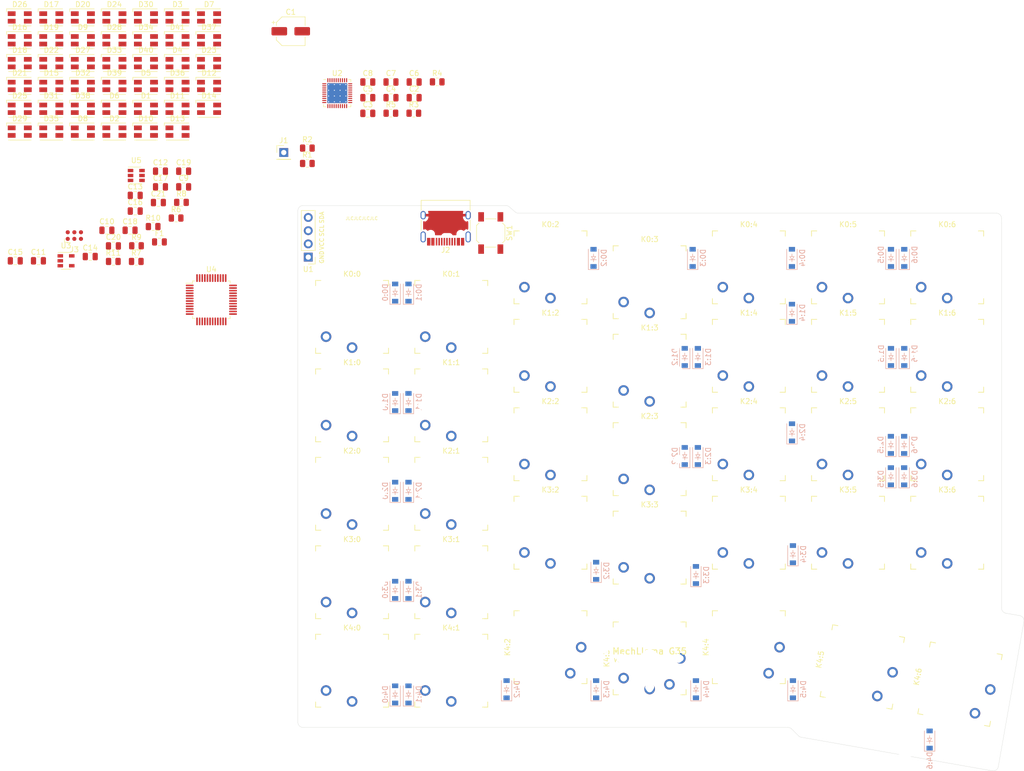
<source format=kicad_pcb>
(kicad_pcb (version 20171130) (host pcbnew 5.1.9)
  (title_block (title "MechLlama G35") (date 2019-07-05) (rev v3))
  (layers (0 F.Cu signal) (31 B.Cu signal) (34 B.Paste user) (35 F.Paste user) (36 B.SilkS user) (37 F.SilkS user) (38 B.Mask user) (39 F.Mask user) (44 Edge.Cuts user))
  (net 0 "")
  (net 1 "Net-(D0:0-Pad2)")
  (net 2 "Net-(D0:1-Pad2)")
  (net 3 "Net-(D0:2-Pad2)")
  (net 4 "Net-(D0:3-Pad2)")
  (net 5 "Net-(D0:4-Pad2)")
  (net 6 "Net-(D0:5-Pad2)")
  (net 7 "Net-(D0:6-Pad2)")
  (net 8 "Net-(D1:0-Pad2)")
  (net 9 "Net-(D1:1-Pad2)")
  (net 10 "Net-(D1:2-Pad2)")
  (net 11 "Net-(D1:3-Pad2)")
  (net 12 "Net-(D1:4-Pad2)")
  (net 13 "Net-(D1:5-Pad2)")
  (net 14 "Net-(D1:6-Pad2)")
  (net 15 "Net-(D2:0-Pad2)")
  (net 16 "Net-(D2:1-Pad2)")
  (net 17 "Net-(D2:2-Pad2)")
  (net 18 "Net-(D2:3-Pad2)")
  (net 19 "Net-(D2:4-Pad2)")
  (net 20 "Net-(D2:5-Pad2)")
  (net 21 "Net-(D2:6-Pad2)")
  (net 22 "Net-(D3:0-Pad2)")
  (net 23 "Net-(D3:1-Pad2)")
  (net 24 "Net-(D3:2-Pad2)")
  (net 25 "Net-(D3:3-Pad2)")
  (net 26 "Net-(D3:4-Pad2)")
  (net 27 "Net-(D3:5-Pad2)")
  (net 28 "Net-(D3:6-Pad2)")
  (net 29 "Net-(D4:0-Pad2)")
  (net 30 "Net-(D4:1-Pad2)")
  (net 31 "Net-(D4:2-Pad2)")
  (net 32 "Net-(D4:3-Pad2)")
  (net 33 "Net-(D4:4-Pad2)")
  (net 34 "Net-(D4:6-Pad2)")
  (net 35 col0)
  (net 36 col1)
  (net 37 col2)
  (net 38 col3)
  (net 39 col4)
  (net 40 col5)
  (net 41 col6)
  (net 42 GND)
  (net 43 +5V)
  (net 44 row0)
  (net 45 row1)
  (net 46 row2)
  (net 47 row3)
  (net 48 row4)
  (net 49 "Net-(D4:5-Pad2)")
  (net 50 +3V3)
  (net 51 VBUS)
  (net 52 "/MCU, USB, & Power/NRST")
  (net 53 "/MCU, USB, & Power/SHIELD")
  (net 54 "/LED & OLED/RGB Matrix/SW1")
  (net 55 "/LED & OLED/RGB Matrix/SW3")
  (net 56 "/LED & OLED/RGB Matrix/SW2")
  (net 57 "/LED & OLED/RGB Matrix/CS1")
  (net 58 "/LED & OLED/RGB Matrix/CS2")
  (net 59 "/LED & OLED/RGB Matrix/CS3")
  (net 60 "/LED & OLED/RGB Matrix/CS4")
  (net 61 "/LED & OLED/RGB Matrix/CS5")
  (net 62 "/LED & OLED/RGB Matrix/CS6")
  (net 63 "/LED & OLED/RGB Matrix/CS7")
  (net 64 "/LED & OLED/RGB Matrix/CS8")
  (net 65 "/LED & OLED/RGB Matrix/CS9")
  (net 66 "/LED & OLED/RGB Matrix/SW4")
  (net 67 "/LED & OLED/RGB Matrix/SW6")
  (net 68 "/LED & OLED/RGB Matrix/SW5")
  (net 69 "/LED & OLED/RGB Matrix/SW7")
  (net 70 "/LED & OLED/RGB Matrix/SW9")
  (net 71 "/LED & OLED/RGB Matrix/SW8")
  (net 72 "/LED & OLED/RGB Matrix/SW10")
  (net 73 "/LED & OLED/RGB Matrix/SW12")
  (net 74 "/LED & OLED/RGB Matrix/SW11")
  (net 75 "/LED & OLED/RGB Matrix/CS10")
  (net 76 "/LED & OLED/RGB Matrix/CS11")
  (net 77 "Net-(J2-PadA5)")
  (net 78 "/MCU, USB, & Power/DR-")
  (net 79 "/MCU, USB, & Power/DR+")
  (net 80 "Net-(J2-PadB5)")
  (net 81 "/MCU, USB, & Power/SWCLK")
  (net 82 "/MCU, USB, & Power/SWDIO")
  (net 83 "/LED & OLED/SCL")
  (net 84 "/LED & OLED/SDA")
  (net 85 "Net-(R3-Pad1)")
  (net 86 "Net-(R4-Pad1)")
  (net 87 "Net-(R5-Pad1)")
  (net 88 "/MCU, USB, & Power/BOOT0")
  (net 89 "/MCU, USB, & Power/D-")
  (net 90 "Net-(R10-Pad1)")
  (net 91 "/MCU, USB, & Power/D+")
  (net 92 "Net-(R11-Pad1)")
  (module keyswitches.pretty:SW_PG1350_1.5u (layer F.Cu) (at 204.441 128.285 80)
    (fp_text reference K4:6 (at 0 -8.255 80) (layer F.SilkS))
    (fp_text value 1.5U)
    (pad "" np_thru_hole circle (at -5.5 0 80) (size 1.7018 1.7018) (drill 1.7018) (layers *.Cu *.Mask))
    (pad "" np_thru_hole circle (at 5.5 0 80) (size 1.7018 1.7018) (drill 1.7018) (layers *.Cu *.Mask))
    (pad "" np_thru_hole circle (at 5.22 -4.2 80) (size 0.9906 0.9906) (drill 0.9906) (layers *.Cu *.Mask))
    (pad 1 thru_hole circle (at 0 5.9 80) (size 2.032 2.032) (drill 1.27) (layers *.Cu *.Mask) (net 41 col6))
    (pad 2 thru_hole circle (at -5 3.8 80) (size 2.032 2.032) (drill 1.27) (layers *.Cu *.Mask) (net 34 "Net-(D4:6-Pad2)"))
    (pad "" np_thru_hole circle (at 0 0 80) (size 3.429 3.429) (drill 3.429) (layers *.Cu *.Mask))
  )
  (module keyswitches.pretty:SW_PG1350_1.5u (layer F.Cu) (at 185.68 124.976 80)
    (fp_text reference K4:5 (at 0 -8.255 80) (layer F.SilkS))
    (fp_text value 1.5U)
    (pad "" np_thru_hole circle (at -5.5 0 80) (size 1.7018 1.7018) (drill 1.7018) (layers *.Cu *.Mask))
    (pad "" np_thru_hole circle (at 5.5 0 80) (size 1.7018 1.7018) (drill 1.7018) (layers *.Cu *.Mask))
    (pad "" np_thru_hole circle (at 5.22 -4.2 80) (size 0.9906 0.9906) (drill 0.9906) (layers *.Cu *.Mask))
    (pad 1 thru_hole circle (at 0 5.9 80) (size 2.032 2.032) (drill 1.27) (layers *.Cu *.Mask) (net 40 col5))
    (pad 2 thru_hole circle (at -5 3.8 80) (size 2.032 2.032) (drill 1.27) (layers *.Cu *.Mask) (net 49 "Net-(D4:5-Pad2)"))
    (pad "" np_thru_hole circle (at 0 0 80) (size 3.429 3.429) (drill 3.429) (layers *.Cu *.Mask))
  )
  (module Package_TO_SOT_SMD:SOT-23-6 (layer F.Cu) (at 46.228 30.518)
    (fp_text reference U5 (at 0 -2.9) (layer F.SilkS))
    (fp_text value USBLC6-2SC6)
    (pad 5 smd rect (at 1.1 0) (size 1.06 0.65) (layers F.Cu F.Paste F.Mask) (net 43 +5V))
    (pad 6 smd rect (at 1.1 -0.95) (size 1.06 0.65) (layers F.Cu F.Paste F.Mask) (net 90 "Net-(R10-Pad1)"))
    (pad 4 smd rect (at 1.1 0.95) (size 1.06 0.65) (layers F.Cu F.Paste F.Mask) (net 92 "Net-(R11-Pad1)"))
    (pad 3 smd rect (at -1.1 0.95) (size 1.06 0.65) (layers F.Cu F.Paste F.Mask) (net 79 "/MCU, USB, & Power/DR+"))
    (pad 2 smd rect (at -1.1 0) (size 1.06 0.65) (layers F.Cu F.Paste F.Mask) (net 42 GND))
    (pad 1 smd rect (at -1.1 -0.95) (size 1.06 0.65) (layers F.Cu F.Paste F.Mask) (net 78 "/MCU, USB, & Power/DR-"))
  )
  (module Package_QFP:LQFP-48_7x7mm_P0.5mm (layer F.Cu) (at 60.65 54.4)
    (fp_text reference U4 (at 0 -5.85) (layer F.SilkS))
    (fp_text value STM32F070CBTx)
    (pad 48 smd roundrect (at -2.75 -4.1625) (size 0.3 1.475) (layers F.Cu F.Paste F.Mask) (net 50 +3V3))
    (pad 47 smd roundrect (at -2.25 -4.1625) (size 0.3 1.475) (layers F.Cu F.Paste F.Mask) (net 42 GND))
    (pad 46 smd roundrect (at -1.75 -4.1625) (size 0.3 1.475) (layers F.Cu F.Paste F.Mask) (net 84 "/LED & OLED/SDA"))
    (pad 45 smd roundrect (at -1.25 -4.1625) (size 0.3 1.475) (layers F.Cu F.Paste F.Mask) (net 83 "/LED & OLED/SCL"))
    (pad 44 smd roundrect (at -0.75 -4.1625) (size 0.3 1.475) (layers F.Cu F.Paste F.Mask) (net 88 "/MCU, USB, & Power/BOOT0"))
    (pad 43 smd roundrect (at -0.25 -4.1625) (size 0.3 1.475) (layers F.Cu F.Paste F.Mask))
    (pad 42 smd roundrect (at 0.25 -4.1625) (size 0.3 1.475) (layers F.Cu F.Paste F.Mask))
    (pad 41 smd roundrect (at 0.75 -4.1625) (size 0.3 1.475) (layers F.Cu F.Paste F.Mask))
    (pad 40 smd roundrect (at 1.25 -4.1625) (size 0.3 1.475) (layers F.Cu F.Paste F.Mask))
    (pad 39 smd roundrect (at 1.75 -4.1625) (size 0.3 1.475) (layers F.Cu F.Paste F.Mask))
    (pad 38 smd roundrect (at 2.25 -4.1625) (size 0.3 1.475) (layers F.Cu F.Paste F.Mask))
    (pad 37 smd roundrect (at 2.75 -4.1625) (size 0.3 1.475) (layers F.Cu F.Paste F.Mask))
    (pad 36 smd roundrect (at 4.1625 -2.75) (size 1.475 0.3) (layers F.Cu F.Paste F.Mask) (net 50 +3V3))
    (pad 35 smd roundrect (at 4.1625 -2.25) (size 1.475 0.3) (layers F.Cu F.Paste F.Mask) (net 42 GND))
    (pad 34 smd roundrect (at 4.1625 -1.75) (size 1.475 0.3) (layers F.Cu F.Paste F.Mask))
    (pad 33 smd roundrect (at 4.1625 -1.25) (size 1.475 0.3) (layers F.Cu F.Paste F.Mask))
    (pad 32 smd roundrect (at 4.1625 -0.75) (size 1.475 0.3) (layers F.Cu F.Paste F.Mask) (net 81 "/MCU, USB, & Power/SWCLK"))
    (pad 31 smd roundrect (at 4.1625 -0.25) (size 1.475 0.3) (layers F.Cu F.Paste F.Mask) (net 82 "/MCU, USB, & Power/SWDIO"))
    (pad 30 smd roundrect (at 4.1625 0.25) (size 1.475 0.3) (layers F.Cu F.Paste F.Mask) (net 91 "/MCU, USB, & Power/D+"))
    (pad 29 smd roundrect (at 4.1625 0.75) (size 1.475 0.3) (layers F.Cu F.Paste F.Mask) (net 89 "/MCU, USB, & Power/D-"))
    (pad 28 smd roundrect (at 4.1625 1.25) (size 1.475 0.3) (layers F.Cu F.Paste F.Mask))
    (pad 27 smd roundrect (at 4.1625 1.75) (size 1.475 0.3) (layers F.Cu F.Paste F.Mask))
    (pad 26 smd roundrect (at 4.1625 2.25) (size 1.475 0.3) (layers F.Cu F.Paste F.Mask))
    (pad 25 smd roundrect (at 4.1625 2.75) (size 1.475 0.3) (layers F.Cu F.Paste F.Mask))
    (pad 24 smd roundrect (at 2.75 4.1625) (size 0.3 1.475) (layers F.Cu F.Paste F.Mask) (net 50 +3V3))
    (pad 23 smd roundrect (at 2.25 4.1625) (size 0.3 1.475) (layers F.Cu F.Paste F.Mask) (net 42 GND))
    (pad 22 smd roundrect (at 1.75 4.1625) (size 0.3 1.475) (layers F.Cu F.Paste F.Mask))
    (pad 21 smd roundrect (at 1.25 4.1625) (size 0.3 1.475) (layers F.Cu F.Paste F.Mask))
    (pad 20 smd roundrect (at 0.75 4.1625) (size 0.3 1.475) (layers F.Cu F.Paste F.Mask))
    (pad 19 smd roundrect (at 0.25 4.1625) (size 0.3 1.475) (layers F.Cu F.Paste F.Mask))
    (pad 18 smd roundrect (at -0.25 4.1625) (size 0.3 1.475) (layers F.Cu F.Paste F.Mask))
    (pad 17 smd roundrect (at -0.75 4.1625) (size 0.3 1.475) (layers F.Cu F.Paste F.Mask))
    (pad 16 smd roundrect (at -1.25 4.1625) (size 0.3 1.475) (layers F.Cu F.Paste F.Mask))
    (pad 15 smd roundrect (at -1.75 4.1625) (size 0.3 1.475) (layers F.Cu F.Paste F.Mask))
    (pad 14 smd roundrect (at -2.25 4.1625) (size 0.3 1.475) (layers F.Cu F.Paste F.Mask))
    (pad 13 smd roundrect (at -2.75 4.1625) (size 0.3 1.475) (layers F.Cu F.Paste F.Mask))
    (pad 12 smd roundrect (at -4.1625 2.75) (size 1.475 0.3) (layers F.Cu F.Paste F.Mask))
    (pad 11 smd roundrect (at -4.1625 2.25) (size 1.475 0.3) (layers F.Cu F.Paste F.Mask))
    (pad 10 smd roundrect (at -4.1625 1.75) (size 1.475 0.3) (layers F.Cu F.Paste F.Mask))
    (pad 9 smd roundrect (at -4.1625 1.25) (size 1.475 0.3) (layers F.Cu F.Paste F.Mask) (net 50 +3V3))
    (pad 8 smd roundrect (at -4.1625 0.75) (size 1.475 0.3) (layers F.Cu F.Paste F.Mask) (net 42 GND))
    (pad 7 smd roundrect (at -4.1625 0.25) (size 1.475 0.3) (layers F.Cu F.Paste F.Mask) (net 52 "/MCU, USB, & Power/NRST"))
    (pad 6 smd roundrect (at -4.1625 -0.25) (size 1.475 0.3) (layers F.Cu F.Paste F.Mask))
    (pad 5 smd roundrect (at -4.1625 -0.75) (size 1.475 0.3) (layers F.Cu F.Paste F.Mask))
    (pad 4 smd roundrect (at -4.1625 -1.25) (size 1.475 0.3) (layers F.Cu F.Paste F.Mask))
    (pad 3 smd roundrect (at -4.1625 -1.75) (size 1.475 0.3) (layers F.Cu F.Paste F.Mask))
    (pad 2 smd roundrect (at -4.1625 -2.25) (size 1.475 0.3) (layers F.Cu F.Paste F.Mask))
    (pad 1 smd roundrect (at -4.1625 -2.75) (size 1.475 0.3) (layers F.Cu F.Paste F.Mask) (net 50 +3V3))
  )
  (module Package_TO_SOT_SMD:SOT-23-5 (layer F.Cu) (at 32.738 46.918)
    (fp_text reference U3 (at 0 -2.9) (layer F.SilkS))
    (fp_text value TLV70033_SOT23-5)
    (pad 5 smd rect (at 1.1 -0.95) (size 1.06 0.65) (layers F.Cu F.Paste F.Mask) (net 50 +3V3))
    (pad 4 smd rect (at 1.1 0.95) (size 1.06 0.65) (layers F.Cu F.Paste F.Mask))
    (pad 3 smd rect (at -1.1 0.95) (size 1.06 0.65) (layers F.Cu F.Paste F.Mask) (net 43 +5V))
    (pad 2 smd rect (at -1.1 0) (size 1.06 0.65) (layers F.Cu F.Paste F.Mask) (net 42 GND))
    (pad 1 smd rect (at -1.1 -0.95) (size 1.06 0.65) (layers F.Cu F.Paste F.Mask) (net 43 +5V))
  )
  (module Package_DFN_QFN:QFN-40-1EP_5x5mm_P0.4mm_EP3.8x3.8mm_ThermalVias (layer F.Cu) (at 84.828 14.698)
    (fp_text reference U2 (at 0 -3.82) (layer F.SilkS))
    (fp_text value IS31FL3737)
    (pad 41 smd rect (at 0 0) (size 3.8 3.8) (layers B.Cu) (net 42 GND))
    (pad 41 thru_hole circle (at 1.65 1.65) (size 0.5 0.5) (drill 0.2) (layers *.Cu) (net 42 GND))
    (pad 41 thru_hole circle (at 0.55 1.65) (size 0.5 0.5) (drill 0.2) (layers *.Cu) (net 42 GND))
    (pad 41 thru_hole circle (at -0.55 1.65) (size 0.5 0.5) (drill 0.2) (layers *.Cu) (net 42 GND))
    (pad 41 thru_hole circle (at -1.65 1.65) (size 0.5 0.5) (drill 0.2) (layers *.Cu) (net 42 GND))
    (pad 41 thru_hole circle (at 1.65 0.55) (size 0.5 0.5) (drill 0.2) (layers *.Cu) (net 42 GND))
    (pad 41 thru_hole circle (at 0.55 0.55) (size 0.5 0.5) (drill 0.2) (layers *.Cu) (net 42 GND))
    (pad 41 thru_hole circle (at -0.55 0.55) (size 0.5 0.5) (drill 0.2) (layers *.Cu) (net 42 GND))
    (pad 41 thru_hole circle (at -1.65 0.55) (size 0.5 0.5) (drill 0.2) (layers *.Cu) (net 42 GND))
    (pad 41 thru_hole circle (at 1.65 -0.55) (size 0.5 0.5) (drill 0.2) (layers *.Cu) (net 42 GND))
    (pad 41 thru_hole circle (at 0.55 -0.55) (size 0.5 0.5) (drill 0.2) (layers *.Cu) (net 42 GND))
    (pad 41 thru_hole circle (at -0.55 -0.55) (size 0.5 0.5) (drill 0.2) (layers *.Cu) (net 42 GND))
    (pad 41 thru_hole circle (at -1.65 -0.55) (size 0.5 0.5) (drill 0.2) (layers *.Cu) (net 42 GND))
    (pad 41 thru_hole circle (at 1.65 -1.65) (size 0.5 0.5) (drill 0.2) (layers *.Cu) (net 42 GND))
    (pad 41 thru_hole circle (at 0.55 -1.65) (size 0.5 0.5) (drill 0.2) (layers *.Cu) (net 42 GND))
    (pad 41 thru_hole circle (at -0.55 -1.65) (size 0.5 0.5) (drill 0.2) (layers *.Cu) (net 42 GND))
    (pad 41 thru_hole circle (at -1.65 -1.65) (size 0.5 0.5) (drill 0.2) (layers *.Cu) (net 42 GND))
    (pad 41 smd rect (at 0 0) (size 3.8 3.8) (layers F.Cu F.Mask) (net 42 GND))
    (pad 40 smd roundrect (at -1.8 -2.4875) (size 0.2 0.775) (layers F.Cu F.Paste F.Mask) (net 42 GND))
    (pad 39 smd roundrect (at -1.4 -2.4875) (size 0.2 0.775) (layers F.Cu F.Paste F.Mask) (net 86 "Net-(R4-Pad1)"))
    (pad 38 smd roundrect (at -1 -2.4875) (size 0.2 0.775) (layers F.Cu F.Paste F.Mask) (net 85 "Net-(R3-Pad1)"))
    (pad 37 smd roundrect (at -0.6 -2.4875) (size 0.2 0.775) (layers F.Cu F.Paste F.Mask))
    (pad 36 smd roundrect (at -0.2 -2.4875) (size 0.2 0.775) (layers F.Cu F.Paste F.Mask) (net 42 GND))
    (pad 35 smd roundrect (at 0.2 -2.4875) (size 0.2 0.775) (layers F.Cu F.Paste F.Mask) (net 83 "/LED & OLED/SCL"))
    (pad 34 smd roundrect (at 0.6 -2.4875) (size 0.2 0.775) (layers F.Cu F.Paste F.Mask) (net 84 "/LED & OLED/SDA"))
    (pad 33 smd roundrect (at 1 -2.4875) (size 0.2 0.775) (layers F.Cu F.Paste F.Mask))
    (pad 32 smd roundrect (at 1.4 -2.4875) (size 0.2 0.775) (layers F.Cu F.Paste F.Mask) (net 50 +3V3))
    (pad 31 smd roundrect (at 1.8 -2.4875) (size 0.2 0.775) (layers F.Cu F.Paste F.Mask) (net 43 +5V))
    (pad 30 smd roundrect (at 2.4875 -1.8) (size 0.775 0.2) (layers F.Cu F.Paste F.Mask) (net 87 "Net-(R5-Pad1)"))
    (pad 29 smd roundrect (at 2.4875 -1.4) (size 0.775 0.2) (layers F.Cu F.Paste F.Mask) (net 42 GND))
    (pad 28 smd roundrect (at 2.4875 -1) (size 0.775 0.2) (layers F.Cu F.Paste F.Mask))
    (pad 27 smd roundrect (at 2.4875 -0.6) (size 0.775 0.2) (layers F.Cu F.Paste F.Mask) (net 76 "/LED & OLED/RGB Matrix/CS11"))
    (pad 26 smd roundrect (at 2.4875 -0.2) (size 0.775 0.2) (layers F.Cu F.Paste F.Mask) (net 43 +5V))
    (pad 25 smd roundrect (at 2.4875 0.2) (size 0.775 0.2) (layers F.Cu F.Paste F.Mask) (net 75 "/LED & OLED/RGB Matrix/CS10"))
    (pad 24 smd roundrect (at 2.4875 0.6) (size 0.775 0.2) (layers F.Cu F.Paste F.Mask) (net 65 "/LED & OLED/RGB Matrix/CS9"))
    (pad 23 smd roundrect (at 2.4875 1) (size 0.775 0.2) (layers F.Cu F.Paste F.Mask) (net 64 "/LED & OLED/RGB Matrix/CS8"))
    (pad 22 smd roundrect (at 2.4875 1.4) (size 0.775 0.2) (layers F.Cu F.Paste F.Mask) (net 63 "/LED & OLED/RGB Matrix/CS7"))
    (pad 21 smd roundrect (at 2.4875 1.8) (size 0.775 0.2) (layers F.Cu F.Paste F.Mask) (net 62 "/LED & OLED/RGB Matrix/CS6"))
    (pad 20 smd roundrect (at 1.8 2.4875) (size 0.2 0.775) (layers F.Cu F.Paste F.Mask) (net 61 "/LED & OLED/RGB Matrix/CS5"))
    (pad 19 smd roundrect (at 1.4 2.4875) (size 0.2 0.775) (layers F.Cu F.Paste F.Mask) (net 43 +5V))
    (pad 18 smd roundrect (at 1 2.4875) (size 0.2 0.775) (layers F.Cu F.Paste F.Mask) (net 60 "/LED & OLED/RGB Matrix/CS4"))
    (pad 17 smd roundrect (at 0.6 2.4875) (size 0.2 0.775) (layers F.Cu F.Paste F.Mask) (net 59 "/LED & OLED/RGB Matrix/CS3"))
    (pad 16 smd roundrect (at 0.2 2.4875) (size 0.2 0.775) (layers F.Cu F.Paste F.Mask) (net 58 "/LED & OLED/RGB Matrix/CS2"))
    (pad 15 smd roundrect (at -0.2 2.4875) (size 0.2 0.775) (layers F.Cu F.Paste F.Mask) (net 57 "/LED & OLED/RGB Matrix/CS1"))
    (pad 14 smd roundrect (at -0.6 2.4875) (size 0.2 0.775) (layers F.Cu F.Paste F.Mask) (net 73 "/LED & OLED/RGB Matrix/SW12"))
    (pad 13 smd roundrect (at -1 2.4875) (size 0.2 0.775) (layers F.Cu F.Paste F.Mask) (net 74 "/LED & OLED/RGB Matrix/SW11"))
    (pad 12 smd roundrect (at -1.4 2.4875) (size 0.2 0.775) (layers F.Cu F.Paste F.Mask) (net 72 "/LED & OLED/RGB Matrix/SW10"))
    (pad 11 smd roundrect (at -1.8 2.4875) (size 0.2 0.775) (layers F.Cu F.Paste F.Mask) (net 42 GND))
    (pad 10 smd roundrect (at -2.4875 1.8) (size 0.775 0.2) (layers F.Cu F.Paste F.Mask) (net 70 "/LED & OLED/RGB Matrix/SW9"))
    (pad 9 smd roundrect (at -2.4875 1.4) (size 0.775 0.2) (layers F.Cu F.Paste F.Mask) (net 71 "/LED & OLED/RGB Matrix/SW8"))
    (pad 8 smd roundrect (at -2.4875 1) (size 0.775 0.2) (layers F.Cu F.Paste F.Mask) (net 69 "/LED & OLED/RGB Matrix/SW7"))
    (pad 7 smd roundrect (at -2.4875 0.6) (size 0.775 0.2) (layers F.Cu F.Paste F.Mask) (net 67 "/LED & OLED/RGB Matrix/SW6"))
    (pad 6 smd roundrect (at -2.4875 0.2) (size 0.775 0.2) (layers F.Cu F.Paste F.Mask) (net 68 "/LED & OLED/RGB Matrix/SW5"))
    (pad 5 smd roundrect (at -2.4875 -0.2) (size 0.775 0.2) (layers F.Cu F.Paste F.Mask) (net 66 "/LED & OLED/RGB Matrix/SW4"))
    (pad 4 smd roundrect (at -2.4875 -0.6) (size 0.775 0.2) (layers F.Cu F.Paste F.Mask) (net 42 GND))
    (pad 3 smd roundrect (at -2.4875 -1) (size 0.775 0.2) (layers F.Cu F.Paste F.Mask) (net 55 "/LED & OLED/RGB Matrix/SW3"))
    (pad 2 smd roundrect (at -2.4875 -1.4) (size 0.775 0.2) (layers F.Cu F.Paste F.Mask) (net 56 "/LED & OLED/RGB Matrix/SW2"))
    (pad 1 smd roundrect (at -2.4875 -1.8) (size 0.775 0.2) (layers F.Cu F.Paste F.Mask) (net 54 "/LED & OLED/RGB Matrix/SW1"))
  )
  (module MechLlama:PinHeader_SSD1306 (layer F.Cu) (at 79.26 46.21 180)
    (fp_text reference U1 (at 0 -2.33) (layer F.SilkS))
    (fp_text value OLED_SSD1306)
    (fp_text user SDA (at -2.6 7.62 90 unlocked) (layer F.SilkS) (effects (font (size 0.8 0.8))))
    (fp_text user SCL (at -2.6 5.08 90 unlocked) (layer F.SilkS) (effects (font (size 0.8 0.8))))
    (fp_text user VCC (at -2.6 2.54 90 unlocked) (layer F.SilkS) (effects (font (size 0.8 0.8))))
    (fp_text user GND (at -2.6 0 90 unlocked) (layer F.SilkS) (effects (font (size 0.8 0.8))))
    (pad 4 thru_hole oval (at 0 7.62 180) (size 1.7 1.7) (drill 1) (layers *.Cu B.Mask) (net 84 "/LED & OLED/SDA"))
    (pad 3 thru_hole oval (at 0 5.08 180) (size 1.7 1.7) (drill 1) (layers *.Cu B.Mask) (net 83 "/LED & OLED/SCL"))
    (pad 2 thru_hole oval (at 0 2.54 180) (size 1.7 1.7) (drill 1) (layers *.Cu B.Mask) (net 50 +3V3))
    (pad 1 thru_hole rect (at 0 0 180) (size 1.7 1.7) (drill 1) (layers *.Cu B.Mask) (net 42 GND))
  )
  (module Button_Switch_SMD:SW_SPST_SKQG_WithStem (layer F.Cu) (at 114.31 41.57 270)
    (fp_text reference SW1 (at 0 -3.6 90) (layer F.SilkS))
    (fp_text value SW_Push)
    (pad 2 smd rect (at 3.1 1.85 270) (size 1.8 1.1) (layers F.Cu F.Paste F.Mask) (net 50 +3V3))
    (pad 2 smd rect (at -3.1 1.85 270) (size 1.8 1.1) (layers F.Cu F.Paste F.Mask) (net 50 +3V3))
    (pad 1 smd rect (at 3.1 -1.85 270) (size 1.8 1.1) (layers F.Cu F.Paste F.Mask) (net 88 "/MCU, USB, & Power/BOOT0"))
    (pad 1 smd rect (at -3.1 -1.85 270) (size 1.8 1.1) (layers F.Cu F.Paste F.Mask) (net 88 "/MCU, USB, & Power/BOOT0"))
  )
  (module Resistor_SMD:R_0805_2012Metric (layer F.Cu) (at 41.818 47.038)
    (fp_text reference R11 (at 0 -1.65) (layer F.SilkS))
    (fp_text value R)
    (pad 2 smd roundrect (at 0.9125 0) (size 1.025 1.4) (layers F.Cu F.Paste F.Mask) (roundrect_rratio 0.243902) (net 91 "/MCU, USB, & Power/D+"))
    (pad 1 smd roundrect (at -0.9125 0) (size 1.025 1.4) (layers F.Cu F.Paste F.Mask) (roundrect_rratio 0.243902) (net 92 "Net-(R11-Pad1)"))
  )
  (module Resistor_SMD:R_0805_2012Metric (layer F.Cu) (at 49.468 40.338)
    (fp_text reference R10 (at 0 -1.65) (layer F.SilkS))
    (fp_text value R)
    (pad 2 smd roundrect (at 0.9125 0) (size 1.025 1.4) (layers F.Cu F.Paste F.Mask) (roundrect_rratio 0.243902) (net 89 "/MCU, USB, & Power/D-"))
    (pad 1 smd roundrect (at -0.9125 0) (size 1.025 1.4) (layers F.Cu F.Paste F.Mask) (roundrect_rratio 0.243902) (net 90 "Net-(R10-Pad1)"))
  )
  (module Resistor_SMD:R_0805_2012Metric (layer F.Cu) (at 46.268 44.028)
    (fp_text reference R9 (at 0 -1.65) (layer F.SilkS))
    (fp_text value 10k)
    (pad 2 smd roundrect (at 0.9125 0) (size 1.025 1.4) (layers F.Cu F.Paste F.Mask) (roundrect_rratio 0.243902) (net 42 GND))
    (pad 1 smd roundrect (at -0.9125 0) (size 1.025 1.4) (layers F.Cu F.Paste F.Mask) (roundrect_rratio 0.243902) (net 88 "/MCU, USB, & Power/BOOT0"))
  )
  (module Resistor_SMD:R_0805_2012Metric (layer F.Cu) (at 54.908 35.688)
    (fp_text reference R8 (at 0 -1.65) (layer F.SilkS))
    (fp_text value 1M)
    (pad 2 smd roundrect (at 0.9125 0) (size 1.025 1.4) (layers F.Cu F.Paste F.Mask) (roundrect_rratio 0.243902) (net 42 GND))
    (pad 1 smd roundrect (at -0.9125 0) (size 1.025 1.4) (layers F.Cu F.Paste F.Mask) (roundrect_rratio 0.243902) (net 53 "/MCU, USB, & Power/SHIELD"))
  )
  (module Resistor_SMD:R_0805_2012Metric (layer F.Cu) (at 46.228 47.038)
    (fp_text reference R7 (at 0 -1.65) (layer F.SilkS))
    (fp_text value 5.1k)
    (pad 2 smd roundrect (at 0.9125 0) (size 1.025 1.4) (layers F.Cu F.Paste F.Mask) (roundrect_rratio 0.243902) (net 80 "Net-(J2-PadB5)"))
    (pad 1 smd roundrect (at -0.9125 0) (size 1.025 1.4) (layers F.Cu F.Paste F.Mask) (roundrect_rratio 0.243902) (net 42 GND))
  )
  (module Resistor_SMD:R_0805_2012Metric (layer F.Cu) (at 53.878 38.698)
    (fp_text reference R6 (at 0 -1.65) (layer F.SilkS))
    (fp_text value 5.1k)
    (pad 2 smd roundrect (at 0.9125 0) (size 1.025 1.4) (layers F.Cu F.Paste F.Mask) (roundrect_rratio 0.243902) (net 42 GND))
    (pad 1 smd roundrect (at -0.9125 0) (size 1.025 1.4) (layers F.Cu F.Paste F.Mask) (roundrect_rratio 0.243902) (net 77 "Net-(J2-PadA5)"))
  )
  (module Resistor_SMD:R_0805_2012Metric (layer F.Cu) (at 95.128 18.548)
    (fp_text reference R5 (at 0 -1.65) (layer F.SilkS))
    (fp_text value RSET)
    (pad 2 smd roundrect (at 0.9125 0) (size 1.025 1.4) (layers F.Cu F.Paste F.Mask) (roundrect_rratio 0.243902) (net 42 GND))
    (pad 1 smd roundrect (at -0.9125 0) (size 1.025 1.4) (layers F.Cu F.Paste F.Mask) (roundrect_rratio 0.243902) (net 87 "Net-(R5-Pad1)"))
  )
  (module Resistor_SMD:R_0805_2012Metric (layer F.Cu) (at 104.028 12.528)
    (fp_text reference R4 (at 0 -1.65) (layer F.SilkS))
    (fp_text value 100k)
    (pad 2 smd roundrect (at 0.9125 0) (size 1.025 1.4) (layers F.Cu F.Paste F.Mask) (roundrect_rratio 0.243902) (net 42 GND))
    (pad 1 smd roundrect (at -0.9125 0) (size 1.025 1.4) (layers F.Cu F.Paste F.Mask) (roundrect_rratio 0.243902) (net 86 "Net-(R4-Pad1)"))
  )
  (module Resistor_SMD:R_0805_2012Metric (layer F.Cu) (at 99.538 18.548)
    (fp_text reference R3 (at 0 -1.65) (layer F.SilkS))
    (fp_text value 100k)
    (pad 2 smd roundrect (at 0.9125 0) (size 1.025 1.4) (layers F.Cu F.Paste F.Mask) (roundrect_rratio 0.243902) (net 50 +3V3))
    (pad 1 smd roundrect (at -0.9125 0) (size 1.025 1.4) (layers F.Cu F.Paste F.Mask) (roundrect_rratio 0.243902) (net 85 "Net-(R3-Pad1)"))
  )
  (module Resistor_SMD:R_0805_2012Metric (layer F.Cu) (at 79.088 25.258)
    (fp_text reference R2 (at 0 -1.65) (layer F.SilkS))
    (fp_text value I2C)
    (pad 2 smd roundrect (at 0.9125 0) (size 1.025 1.4) (layers F.Cu F.Paste F.Mask) (roundrect_rratio 0.243902) (net 84 "/LED & OLED/SDA"))
    (pad 1 smd roundrect (at -0.9125 0) (size 1.025 1.4) (layers F.Cu F.Paste F.Mask) (roundrect_rratio 0.243902) (net 50 +3V3))
  )
  (module Resistor_SMD:R_0805_2012Metric (layer F.Cu) (at 79.088 28.208)
    (fp_text reference R1 (at 0 -1.65) (layer F.SilkS))
    (fp_text value I2C)
    (pad 2 smd roundrect (at 0.9125 0) (size 1.025 1.4) (layers F.Cu F.Paste F.Mask) (roundrect_rratio 0.243902) (net 50 +3V3))
    (pad 1 smd roundrect (at -0.9125 0) (size 1.025 1.4) (layers F.Cu F.Paste F.Mask) (roundrect_rratio 0.243902) (net 83 "/LED & OLED/SCL"))
  )
  (module keyswitches.pretty:SW_PG1350_1.5u (layer F.Cu) (at 163.88 121.18 90)
    (fp_text reference K4:4 (at 0 -8.255 90) (layer F.SilkS))
    (fp_text value 1.5U)
    (pad "" np_thru_hole circle (at -5.5 0 90) (size 1.7018 1.7018) (drill 1.7018) (layers *.Cu *.Mask))
    (pad "" np_thru_hole circle (at 5.5 0 90) (size 1.7018 1.7018) (drill 1.7018) (layers *.Cu *.Mask))
    (pad "" np_thru_hole circle (at 5.22 -4.2 90) (size 0.9906 0.9906) (drill 0.9906) (layers *.Cu *.Mask))
    (pad 1 thru_hole circle (at 0 5.9 90) (size 2.032 2.032) (drill 1.27) (layers *.Cu *.Mask) (net 39 col4))
    (pad 2 thru_hole circle (at -5 3.8 90) (size 2.032 2.032) (drill 1.27) (layers *.Cu *.Mask) (net 33 "Net-(D4:4-Pad2)"))
    (pad "" np_thru_hole circle (at 0 0 90) (size 3.429 3.429) (drill 3.429) (layers *.Cu *.Mask))
  )
  (module keyswitches.pretty:SW_PG1350_rotatable (layer F.Cu) (at 144.83 123.321 90)
    (fp_text reference K4:3 (at 0 -8.255 90) (layer F.SilkS))
    (fp_text value 1U)
    (pad "" np_thru_hole circle (at 4.2 5.22) (size 0.9906 0.9906) (drill 0.9906) (layers *.Cu *.Mask))
    (pad "" np_thru_hole circle (at 0 -5.5) (size 1.7018 1.7018) (drill 1.7018) (layers *.Cu *.Mask))
    (pad 1 thru_hole circle (at -5.9 0) (size 2.032 2.032) (drill 1.27) (layers *.Cu *.Mask) (net 38 col3))
    (pad "" np_thru_hole circle (at 0 5.5) (size 1.7018 1.7018) (drill 1.7018) (layers *.Cu *.Mask))
    (pad 2 thru_hole circle (at -3.8 -5) (size 2.032 2.032) (drill 1.27) (layers *.Cu *.Mask) (net 32 "Net-(D4:3-Pad2)"))
    (pad "" np_thru_hole circle (at -5.5 0 90) (size 1.7018 1.7018) (drill 1.7018) (layers *.Cu *.Mask))
    (pad "" np_thru_hole circle (at 5.5 0 90) (size 1.7018 1.7018) (drill 1.7018) (layers *.Cu *.Mask))
    (pad "" np_thru_hole circle (at 5.22 -4.2 90) (size 0.9906 0.9906) (drill 0.9906) (layers *.Cu *.Mask))
    (pad 1 thru_hole circle (at 0 5.9 90) (size 2.032 2.032) (drill 1.27) (layers *.Cu *.Mask) (net 38 col3))
    (pad 2 thru_hole circle (at -5 3.8 90) (size 2.032 2.032) (drill 1.27) (layers *.Cu *.Mask) (net 32 "Net-(D4:3-Pad2)"))
    (pad "" np_thru_hole circle (at 0 0 90) (size 3.429 3.429) (drill 3.429) (layers *.Cu *.Mask))
  )
  (module keyswitches.pretty:SW_PG1350_1.5u (layer F.Cu) (at 125.78 121.18 90)
    (fp_text reference K4:2 (at 0 -8.255 90) (layer F.SilkS))
    (fp_text value 1.5U)
    (pad "" np_thru_hole circle (at -5.5 0 90) (size 1.7018 1.7018) (drill 1.7018) (layers *.Cu *.Mask))
    (pad "" np_thru_hole circle (at 5.5 0 90) (size 1.7018 1.7018) (drill 1.7018) (layers *.Cu *.Mask))
    (pad "" np_thru_hole circle (at 5.22 -4.2 90) (size 0.9906 0.9906) (drill 0.9906) (layers *.Cu *.Mask))
    (pad 1 thru_hole circle (at 0 5.9 90) (size 2.032 2.032) (drill 1.27) (layers *.Cu *.Mask) (net 37 col2))
    (pad 2 thru_hole circle (at -5 3.8 90) (size 2.032 2.032) (drill 1.27) (layers *.Cu *.Mask) (net 31 "Net-(D4:2-Pad2)"))
    (pad "" np_thru_hole circle (at 0 0 90) (size 3.429 3.429) (drill 3.429) (layers *.Cu *.Mask))
  )
  (module keyswitches.pretty:SW_PG1350 (layer F.Cu) (at 106.73 125.7)
    (fp_text reference K4:1 (at 0 -8.255) (layer F.SilkS))
    (fp_text value 1U)
    (pad "" np_thru_hole circle (at -5.5 0) (size 1.7018 1.7018) (drill 1.7018) (layers *.Cu *.Mask))
    (pad "" np_thru_hole circle (at 5.5 0) (size 1.7018 1.7018) (drill 1.7018) (layers *.Cu *.Mask))
    (pad "" np_thru_hole circle (at 5.22 -4.2) (size 0.9906 0.9906) (drill 0.9906) (layers *.Cu *.Mask))
    (pad 1 thru_hole circle (at 0 5.9) (size 2.032 2.032) (drill 1.27) (layers *.Cu *.Mask) (net 36 col1))
    (pad 2 thru_hole circle (at -5 3.8) (size 2.032 2.032) (drill 1.27) (layers *.Cu *.Mask) (net 30 "Net-(D4:1-Pad2)"))
    (pad "" np_thru_hole circle (at 0 0) (size 3.429 3.429) (drill 3.429) (layers *.Cu *.Mask))
  )
  (module keyswitches.pretty:SW_PG1350 (layer F.Cu) (at 87.68 125.7)
    (fp_text reference K4:0 (at 0 -8.255) (layer F.SilkS))
    (fp_text value 1U)
    (pad "" np_thru_hole circle (at -5.5 0) (size 1.7018 1.7018) (drill 1.7018) (layers *.Cu *.Mask))
    (pad "" np_thru_hole circle (at 5.5 0) (size 1.7018 1.7018) (drill 1.7018) (layers *.Cu *.Mask))
    (pad "" np_thru_hole circle (at 5.22 -4.2) (size 0.9906 0.9906) (drill 0.9906) (layers *.Cu *.Mask))
    (pad 1 thru_hole circle (at 0 5.9) (size 2.032 2.032) (drill 1.27) (layers *.Cu *.Mask) (net 35 col0))
    (pad 2 thru_hole circle (at -5 3.8) (size 2.032 2.032) (drill 1.27) (layers *.Cu *.Mask) (net 29 "Net-(D4:0-Pad2)"))
    (pad "" np_thru_hole circle (at 0 0) (size 3.429 3.429) (drill 3.429) (layers *.Cu *.Mask))
  )
  (module keyswitches.pretty:SW_PG1350 (layer F.Cu) (at 201.98 99.18)
    (fp_text reference K3:6 (at 0 -8.255) (layer F.SilkS))
    (fp_text value 1U)
    (pad "" np_thru_hole circle (at -5.5 0) (size 1.7018 1.7018) (drill 1.7018) (layers *.Cu *.Mask))
    (pad "" np_thru_hole circle (at 5.5 0) (size 1.7018 1.7018) (drill 1.7018) (layers *.Cu *.Mask))
    (pad "" np_thru_hole circle (at 5.22 -4.2) (size 0.9906 0.9906) (drill 0.9906) (layers *.Cu *.Mask))
    (pad 1 thru_hole circle (at 0 5.9) (size 2.032 2.032) (drill 1.27) (layers *.Cu *.Mask) (net 41 col6))
    (pad 2 thru_hole circle (at -5 3.8) (size 2.032 2.032) (drill 1.27) (layers *.Cu *.Mask) (net 28 "Net-(D3:6-Pad2)"))
    (pad "" np_thru_hole circle (at 0 0) (size 3.429 3.429) (drill 3.429) (layers *.Cu *.Mask))
  )
  (module keyswitches.pretty:SW_PG1350 (layer F.Cu) (at 182.93 99.18)
    (fp_text reference K3:5 (at 0 -8.255) (layer F.SilkS))
    (fp_text value 1U)
    (pad "" np_thru_hole circle (at -5.5 0) (size 1.7018 1.7018) (drill 1.7018) (layers *.Cu *.Mask))
    (pad "" np_thru_hole circle (at 5.5 0) (size 1.7018 1.7018) (drill 1.7018) (layers *.Cu *.Mask))
    (pad "" np_thru_hole circle (at 5.22 -4.2) (size 0.9906 0.9906) (drill 0.9906) (layers *.Cu *.Mask))
    (pad 1 thru_hole circle (at 0 5.9) (size 2.032 2.032) (drill 1.27) (layers *.Cu *.Mask) (net 40 col5))
    (pad 2 thru_hole circle (at -5 3.8) (size 2.032 2.032) (drill 1.27) (layers *.Cu *.Mask) (net 27 "Net-(D3:5-Pad2)"))
    (pad "" np_thru_hole circle (at 0 0) (size 3.429 3.429) (drill 3.429) (layers *.Cu *.Mask))
  )
  (module keyswitches.pretty:SW_PG1350 (layer F.Cu) (at 163.88 99.18)
    (fp_text reference K3:4 (at 0 -8.255) (layer F.SilkS))
    (fp_text value 1U)
    (pad "" np_thru_hole circle (at -5.5 0) (size 1.7018 1.7018) (drill 1.7018) (layers *.Cu *.Mask))
    (pad "" np_thru_hole circle (at 5.5 0) (size 1.7018 1.7018) (drill 1.7018) (layers *.Cu *.Mask))
    (pad "" np_thru_hole circle (at 5.22 -4.2) (size 0.9906 0.9906) (drill 0.9906) (layers *.Cu *.Mask))
    (pad 1 thru_hole circle (at 0 5.9) (size 2.032 2.032) (drill 1.27) (layers *.Cu *.Mask) (net 39 col4))
    (pad 2 thru_hole circle (at -5 3.8) (size 2.032 2.032) (drill 1.27) (layers *.Cu *.Mask) (net 26 "Net-(D3:4-Pad2)"))
    (pad "" np_thru_hole circle (at 0 0) (size 3.429 3.429) (drill 3.429) (layers *.Cu *.Mask))
  )
  (module keyswitches.pretty:SW_PG1350 (layer F.Cu) (at 144.83 102.036)
    (fp_text reference K3:3 (at 0 -8.255) (layer F.SilkS))
    (fp_text value 1U)
    (pad "" np_thru_hole circle (at -5.5 0) (size 1.7018 1.7018) (drill 1.7018) (layers *.Cu *.Mask))
    (pad "" np_thru_hole circle (at 5.5 0) (size 1.7018 1.7018) (drill 1.7018) (layers *.Cu *.Mask))
    (pad "" np_thru_hole circle (at 5.22 -4.2) (size 0.9906 0.9906) (drill 0.9906) (layers *.Cu *.Mask))
    (pad 1 thru_hole circle (at 0 5.9) (size 2.032 2.032) (drill 1.27) (layers *.Cu *.Mask) (net 38 col3))
    (pad 2 thru_hole circle (at -5 3.8) (size 2.032 2.032) (drill 1.27) (layers *.Cu *.Mask) (net 25 "Net-(D3:3-Pad2)"))
    (pad "" np_thru_hole circle (at 0 0) (size 3.429 3.429) (drill 3.429) (layers *.Cu *.Mask))
  )
  (module keyswitches.pretty:SW_PG1350 (layer F.Cu) (at 125.78 99.18)
    (fp_text reference K3:2 (at 0 -8.255) (layer F.SilkS))
    (fp_text value 1U)
    (pad "" np_thru_hole circle (at -5.5 0) (size 1.7018 1.7018) (drill 1.7018) (layers *.Cu *.Mask))
    (pad "" np_thru_hole circle (at 5.5 0) (size 1.7018 1.7018) (drill 1.7018) (layers *.Cu *.Mask))
    (pad "" np_thru_hole circle (at 5.22 -4.2) (size 0.9906 0.9906) (drill 0.9906) (layers *.Cu *.Mask))
    (pad 1 thru_hole circle (at 0 5.9) (size 2.032 2.032) (drill 1.27) (layers *.Cu *.Mask) (net 37 col2))
    (pad 2 thru_hole circle (at -5 3.8) (size 2.032 2.032) (drill 1.27) (layers *.Cu *.Mask) (net 24 "Net-(D3:2-Pad2)"))
    (pad "" np_thru_hole circle (at 0 0) (size 3.429 3.429) (drill 3.429) (layers *.Cu *.Mask))
  )
  (module keyswitches.pretty:SW_PG1350 (layer F.Cu) (at 106.73 108.7)
    (fp_text reference K3:1 (at 0 -8.255) (layer F.SilkS))
    (fp_text value 1U)
    (pad "" np_thru_hole circle (at -5.5 0) (size 1.7018 1.7018) (drill 1.7018) (layers *.Cu *.Mask))
    (pad "" np_thru_hole circle (at 5.5 0) (size 1.7018 1.7018) (drill 1.7018) (layers *.Cu *.Mask))
    (pad "" np_thru_hole circle (at 5.22 -4.2) (size 0.9906 0.9906) (drill 0.9906) (layers *.Cu *.Mask))
    (pad 1 thru_hole circle (at 0 5.9) (size 2.032 2.032) (drill 1.27) (layers *.Cu *.Mask) (net 36 col1))
    (pad 2 thru_hole circle (at -5 3.8) (size 2.032 2.032) (drill 1.27) (layers *.Cu *.Mask) (net 23 "Net-(D3:1-Pad2)"))
    (pad "" np_thru_hole circle (at 0 0) (size 3.429 3.429) (drill 3.429) (layers *.Cu *.Mask))
  )
  (module keyswitches.pretty:SW_PG1350 (layer F.Cu) (at 87.68 108.7)
    (fp_text reference K3:0 (at 0 -8.255) (layer F.SilkS))
    (fp_text value 1U)
    (pad "" np_thru_hole circle (at -5.5 0) (size 1.7018 1.7018) (drill 1.7018) (layers *.Cu *.Mask))
    (pad "" np_thru_hole circle (at 5.5 0) (size 1.7018 1.7018) (drill 1.7018) (layers *.Cu *.Mask))
    (pad "" np_thru_hole circle (at 5.22 -4.2) (size 0.9906 0.9906) (drill 0.9906) (layers *.Cu *.Mask))
    (pad 1 thru_hole circle (at 0 5.9) (size 2.032 2.032) (drill 1.27) (layers *.Cu *.Mask) (net 35 col0))
    (pad 2 thru_hole circle (at -5 3.8) (size 2.032 2.032) (drill 1.27) (layers *.Cu *.Mask) (net 22 "Net-(D3:0-Pad2)"))
    (pad "" np_thru_hole circle (at 0 0) (size 3.429 3.429) (drill 3.429) (layers *.Cu *.Mask))
  )
  (module keyswitches.pretty:SW_PG1350 (layer F.Cu) (at 201.98 82.18)
    (fp_text reference K2:6 (at 0 -8.255) (layer F.SilkS))
    (fp_text value 1U)
    (pad "" np_thru_hole circle (at -5.5 0) (size 1.7018 1.7018) (drill 1.7018) (layers *.Cu *.Mask))
    (pad "" np_thru_hole circle (at 5.5 0) (size 1.7018 1.7018) (drill 1.7018) (layers *.Cu *.Mask))
    (pad "" np_thru_hole circle (at 5.22 -4.2) (size 0.9906 0.9906) (drill 0.9906) (layers *.Cu *.Mask))
    (pad 1 thru_hole circle (at 0 5.9) (size 2.032 2.032) (drill 1.27) (layers *.Cu *.Mask) (net 41 col6))
    (pad 2 thru_hole circle (at -5 3.8) (size 2.032 2.032) (drill 1.27) (layers *.Cu *.Mask) (net 21 "Net-(D2:6-Pad2)"))
    (pad "" np_thru_hole circle (at 0 0) (size 3.429 3.429) (drill 3.429) (layers *.Cu *.Mask))
  )
  (module keyswitches.pretty:SW_PG1350 (layer F.Cu) (at 182.93 82.18)
    (fp_text reference K2:5 (at 0 -8.255) (layer F.SilkS))
    (fp_text value 1U)
    (pad "" np_thru_hole circle (at -5.5 0) (size 1.7018 1.7018) (drill 1.7018) (layers *.Cu *.Mask))
    (pad "" np_thru_hole circle (at 5.5 0) (size 1.7018 1.7018) (drill 1.7018) (layers *.Cu *.Mask))
    (pad "" np_thru_hole circle (at 5.22 -4.2) (size 0.9906 0.9906) (drill 0.9906) (layers *.Cu *.Mask))
    (pad 1 thru_hole circle (at 0 5.9) (size 2.032 2.032) (drill 1.27) (layers *.Cu *.Mask) (net 40 col5))
    (pad 2 thru_hole circle (at -5 3.8) (size 2.032 2.032) (drill 1.27) (layers *.Cu *.Mask) (net 20 "Net-(D2:5-Pad2)"))
    (pad "" np_thru_hole circle (at 0 0) (size 3.429 3.429) (drill 3.429) (layers *.Cu *.Mask))
  )
  (module keyswitches.pretty:SW_PG1350 (layer F.Cu) (at 163.88 82.18)
    (fp_text reference K2:4 (at 0 -8.255) (layer F.SilkS))
    (fp_text value 1U)
    (pad "" np_thru_hole circle (at -5.5 0) (size 1.7018 1.7018) (drill 1.7018) (layers *.Cu *.Mask))
    (pad "" np_thru_hole circle (at 5.5 0) (size 1.7018 1.7018) (drill 1.7018) (layers *.Cu *.Mask))
    (pad "" np_thru_hole circle (at 5.22 -4.2) (size 0.9906 0.9906) (drill 0.9906) (layers *.Cu *.Mask))
    (pad 1 thru_hole circle (at 0 5.9) (size 2.032 2.032) (drill 1.27) (layers *.Cu *.Mask) (net 39 col4))
    (pad 2 thru_hole circle (at -5 3.8) (size 2.032 2.032) (drill 1.27) (layers *.Cu *.Mask) (net 19 "Net-(D2:4-Pad2)"))
    (pad "" np_thru_hole circle (at 0 0) (size 3.429 3.429) (drill 3.429) (layers *.Cu *.Mask))
  )
  (module keyswitches.pretty:SW_PG1350 (layer F.Cu) (at 144.83 85.036)
    (fp_text reference K2:3 (at 0 -8.255) (layer F.SilkS))
    (fp_text value 1U)
    (pad "" np_thru_hole circle (at -5.5 0) (size 1.7018 1.7018) (drill 1.7018) (layers *.Cu *.Mask))
    (pad "" np_thru_hole circle (at 5.5 0) (size 1.7018 1.7018) (drill 1.7018) (layers *.Cu *.Mask))
    (pad "" np_thru_hole circle (at 5.22 -4.2) (size 0.9906 0.9906) (drill 0.9906) (layers *.Cu *.Mask))
    (pad 1 thru_hole circle (at 0 5.9) (size 2.032 2.032) (drill 1.27) (layers *.Cu *.Mask) (net 38 col3))
    (pad 2 thru_hole circle (at -5 3.8) (size 2.032 2.032) (drill 1.27) (layers *.Cu *.Mask) (net 18 "Net-(D2:3-Pad2)"))
    (pad "" np_thru_hole circle (at 0 0) (size 3.429 3.429) (drill 3.429) (layers *.Cu *.Mask))
  )
  (module keyswitches.pretty:SW_PG1350 (layer F.Cu) (at 125.78 82.18)
    (fp_text reference K2:2 (at 0 -8.255) (layer F.SilkS))
    (fp_text value 1U)
    (pad "" np_thru_hole circle (at -5.5 0) (size 1.7018 1.7018) (drill 1.7018) (layers *.Cu *.Mask))
    (pad "" np_thru_hole circle (at 5.5 0) (size 1.7018 1.7018) (drill 1.7018) (layers *.Cu *.Mask))
    (pad "" np_thru_hole circle (at 5.22 -4.2) (size 0.9906 0.9906) (drill 0.9906) (layers *.Cu *.Mask))
    (pad 1 thru_hole circle (at 0 5.9) (size 2.032 2.032) (drill 1.27) (layers *.Cu *.Mask) (net 37 col2))
    (pad 2 thru_hole circle (at -5 3.8) (size 2.032 2.032) (drill 1.27) (layers *.Cu *.Mask) (net 17 "Net-(D2:2-Pad2)"))
    (pad "" np_thru_hole circle (at 0 0) (size 3.429 3.429) (drill 3.429) (layers *.Cu *.Mask))
  )
  (module keyswitches.pretty:SW_PG1350 (layer F.Cu) (at 106.73 91.7)
    (fp_text reference K2:1 (at 0 -8.255) (layer F.SilkS))
    (fp_text value 1U)
    (pad "" np_thru_hole circle (at -5.5 0) (size 1.7018 1.7018) (drill 1.7018) (layers *.Cu *.Mask))
    (pad "" np_thru_hole circle (at 5.5 0) (size 1.7018 1.7018) (drill 1.7018) (layers *.Cu *.Mask))
    (pad "" np_thru_hole circle (at 5.22 -4.2) (size 0.9906 0.9906) (drill 0.9906) (layers *.Cu *.Mask))
    (pad 1 thru_hole circle (at 0 5.9) (size 2.032 2.032) (drill 1.27) (layers *.Cu *.Mask) (net 36 col1))
    (pad 2 thru_hole circle (at -5 3.8) (size 2.032 2.032) (drill 1.27) (layers *.Cu *.Mask) (net 16 "Net-(D2:1-Pad2)"))
    (pad "" np_thru_hole circle (at 0 0) (size 3.429 3.429) (drill 3.429) (layers *.Cu *.Mask))
  )
  (module keyswitches.pretty:SW_PG1350 (layer F.Cu) (at 87.68 91.7)
    (fp_text reference K2:0 (at 0 -8.255) (layer F.SilkS))
    (fp_text value 1U)
    (pad "" np_thru_hole circle (at -5.5 0) (size 1.7018 1.7018) (drill 1.7018) (layers *.Cu *.Mask))
    (pad "" np_thru_hole circle (at 5.5 0) (size 1.7018 1.7018) (drill 1.7018) (layers *.Cu *.Mask))
    (pad "" np_thru_hole circle (at 5.22 -4.2) (size 0.9906 0.9906) (drill 0.9906) (layers *.Cu *.Mask))
    (pad 1 thru_hole circle (at 0 5.9) (size 2.032 2.032) (drill 1.27) (layers *.Cu *.Mask) (net 35 col0))
    (pad 2 thru_hole circle (at -5 3.8) (size 2.032 2.032) (drill 1.27) (layers *.Cu *.Mask) (net 15 "Net-(D2:0-Pad2)"))
    (pad "" np_thru_hole circle (at 0 0) (size 3.429 3.429) (drill 3.429) (layers *.Cu *.Mask))
  )
  (module keyswitches.pretty:SW_PG1350 (layer F.Cu) (at 201.98 65.18)
    (fp_text reference K1:6 (at 0 -8.255) (layer F.SilkS))
    (fp_text value 1U)
    (pad "" np_thru_hole circle (at -5.5 0) (size 1.7018 1.7018) (drill 1.7018) (layers *.Cu *.Mask))
    (pad "" np_thru_hole circle (at 5.5 0) (size 1.7018 1.7018) (drill 1.7018) (layers *.Cu *.Mask))
    (pad "" np_thru_hole circle (at 5.22 -4.2) (size 0.9906 0.9906) (drill 0.9906) (layers *.Cu *.Mask))
    (pad 1 thru_hole circle (at 0 5.9) (size 2.032 2.032) (drill 1.27) (layers *.Cu *.Mask) (net 41 col6))
    (pad 2 thru_hole circle (at -5 3.8) (size 2.032 2.032) (drill 1.27) (layers *.Cu *.Mask) (net 14 "Net-(D1:6-Pad2)"))
    (pad "" np_thru_hole circle (at 0 0) (size 3.429 3.429) (drill 3.429) (layers *.Cu *.Mask))
  )
  (module keyswitches.pretty:SW_PG1350 (layer F.Cu) (at 182.93 65.18)
    (fp_text reference K1:5 (at 0 -8.255) (layer F.SilkS))
    (fp_text value 1U)
    (pad "" np_thru_hole circle (at -5.5 0) (size 1.7018 1.7018) (drill 1.7018) (layers *.Cu *.Mask))
    (pad "" np_thru_hole circle (at 5.5 0) (size 1.7018 1.7018) (drill 1.7018) (layers *.Cu *.Mask))
    (pad "" np_thru_hole circle (at 5.22 -4.2) (size 0.9906 0.9906) (drill 0.9906) (layers *.Cu *.Mask))
    (pad 1 thru_hole circle (at 0 5.9) (size 2.032 2.032) (drill 1.27) (layers *.Cu *.Mask) (net 40 col5))
    (pad 2 thru_hole circle (at -5 3.8) (size 2.032 2.032) (drill 1.27) (layers *.Cu *.Mask) (net 13 "Net-(D1:5-Pad2)"))
    (pad "" np_thru_hole circle (at 0 0) (size 3.429 3.429) (drill 3.429) (layers *.Cu *.Mask))
  )
  (module keyswitches.pretty:SW_PG1350 (layer F.Cu) (at 163.88 65.18)
    (fp_text reference K1:4 (at 0 -8.255) (layer F.SilkS))
    (fp_text value 1U)
    (pad "" np_thru_hole circle (at -5.5 0) (size 1.7018 1.7018) (drill 1.7018) (layers *.Cu *.Mask))
    (pad "" np_thru_hole circle (at 5.5 0) (size 1.7018 1.7018) (drill 1.7018) (layers *.Cu *.Mask))
    (pad "" np_thru_hole circle (at 5.22 -4.2) (size 0.9906 0.9906) (drill 0.9906) (layers *.Cu *.Mask))
    (pad 1 thru_hole circle (at 0 5.9) (size 2.032 2.032) (drill 1.27) (layers *.Cu *.Mask) (net 39 col4))
    (pad 2 thru_hole circle (at -5 3.8) (size 2.032 2.032) (drill 1.27) (layers *.Cu *.Mask) (net 12 "Net-(D1:4-Pad2)"))
    (pad "" np_thru_hole circle (at 0 0) (size 3.429 3.429) (drill 3.429) (layers *.Cu *.Mask))
  )
  (module keyswitches.pretty:SW_PG1350 (layer F.Cu) (at 144.83 68.036)
    (fp_text reference K1:3 (at 0 -8.255) (layer F.SilkS))
    (fp_text value 1U)
    (pad "" np_thru_hole circle (at -5.5 0) (size 1.7018 1.7018) (drill 1.7018) (layers *.Cu *.Mask))
    (pad "" np_thru_hole circle (at 5.5 0) (size 1.7018 1.7018) (drill 1.7018) (layers *.Cu *.Mask))
    (pad "" np_thru_hole circle (at 5.22 -4.2) (size 0.9906 0.9906) (drill 0.9906) (layers *.Cu *.Mask))
    (pad 1 thru_hole circle (at 0 5.9) (size 2.032 2.032) (drill 1.27) (layers *.Cu *.Mask) (net 38 col3))
    (pad 2 thru_hole circle (at -5 3.8) (size 2.032 2.032) (drill 1.27) (layers *.Cu *.Mask) (net 11 "Net-(D1:3-Pad2)"))
    (pad "" np_thru_hole circle (at 0 0) (size 3.429 3.429) (drill 3.429) (layers *.Cu *.Mask))
  )
  (module keyswitches.pretty:SW_PG1350 (layer F.Cu) (at 125.78 65.18)
    (fp_text reference K1:2 (at 0 -8.255) (layer F.SilkS))
    (fp_text value 1U)
    (pad "" np_thru_hole circle (at -5.5 0) (size 1.7018 1.7018) (drill 1.7018) (layers *.Cu *.Mask))
    (pad "" np_thru_hole circle (at 5.5 0) (size 1.7018 1.7018) (drill 1.7018) (layers *.Cu *.Mask))
    (pad "" np_thru_hole circle (at 5.22 -4.2) (size 0.9906 0.9906) (drill 0.9906) (layers *.Cu *.Mask))
    (pad 1 thru_hole circle (at 0 5.9) (size 2.032 2.032) (drill 1.27) (layers *.Cu *.Mask) (net 37 col2))
    (pad 2 thru_hole circle (at -5 3.8) (size 2.032 2.032) (drill 1.27) (layers *.Cu *.Mask) (net 10 "Net-(D1:2-Pad2)"))
    (pad "" np_thru_hole circle (at 0 0) (size 3.429 3.429) (drill 3.429) (layers *.Cu *.Mask))
  )
  (module keyswitches.pretty:SW_PG1350 (layer F.Cu) (at 106.73 74.7)
    (fp_text reference K1:1 (at 0 -8.255) (layer F.SilkS))
    (fp_text value 1U)
    (pad "" np_thru_hole circle (at -5.5 0) (size 1.7018 1.7018) (drill 1.7018) (layers *.Cu *.Mask))
    (pad "" np_thru_hole circle (at 5.5 0) (size 1.7018 1.7018) (drill 1.7018) (layers *.Cu *.Mask))
    (pad "" np_thru_hole circle (at 5.22 -4.2) (size 0.9906 0.9906) (drill 0.9906) (layers *.Cu *.Mask))
    (pad 1 thru_hole circle (at 0 5.9) (size 2.032 2.032) (drill 1.27) (layers *.Cu *.Mask) (net 36 col1))
    (pad 2 thru_hole circle (at -5 3.8) (size 2.032 2.032) (drill 1.27) (layers *.Cu *.Mask) (net 9 "Net-(D1:1-Pad2)"))
    (pad "" np_thru_hole circle (at 0 0) (size 3.429 3.429) (drill 3.429) (layers *.Cu *.Mask))
  )
  (module keyswitches.pretty:SW_PG1350 (layer F.Cu) (at 87.68 74.7)
    (fp_text reference K1:0 (at 0 -8.255) (layer F.SilkS))
    (fp_text value 1U)
    (pad "" np_thru_hole circle (at -5.5 0) (size 1.7018 1.7018) (drill 1.7018) (layers *.Cu *.Mask))
    (pad "" np_thru_hole circle (at 5.5 0) (size 1.7018 1.7018) (drill 1.7018) (layers *.Cu *.Mask))
    (pad "" np_thru_hole circle (at 5.22 -4.2) (size 0.9906 0.9906) (drill 0.9906) (layers *.Cu *.Mask))
    (pad 1 thru_hole circle (at 0 5.9) (size 2.032 2.032) (drill 1.27) (layers *.Cu *.Mask) (net 35 col0))
    (pad 2 thru_hole circle (at -5 3.8) (size 2.032 2.032) (drill 1.27) (layers *.Cu *.Mask) (net 8 "Net-(D1:0-Pad2)"))
    (pad "" np_thru_hole circle (at 0 0) (size 3.429 3.429) (drill 3.429) (layers *.Cu *.Mask))
  )
  (module keyswitches.pretty:SW_PG1350 (layer F.Cu) (at 201.98 48.18)
    (fp_text reference K0:6 (at 0 -8.255) (layer F.SilkS))
    (fp_text value 1U)
    (pad "" np_thru_hole circle (at -5.5 0) (size 1.7018 1.7018) (drill 1.7018) (layers *.Cu *.Mask))
    (pad "" np_thru_hole circle (at 5.5 0) (size 1.7018 1.7018) (drill 1.7018) (layers *.Cu *.Mask))
    (pad "" np_thru_hole circle (at 5.22 -4.2) (size 0.9906 0.9906) (drill 0.9906) (layers *.Cu *.Mask))
    (pad 1 thru_hole circle (at 0 5.9) (size 2.032 2.032) (drill 1.27) (layers *.Cu *.Mask) (net 41 col6))
    (pad 2 thru_hole circle (at -5 3.8) (size 2.032 2.032) (drill 1.27) (layers *.Cu *.Mask) (net 7 "Net-(D0:6-Pad2)"))
    (pad "" np_thru_hole circle (at 0 0) (size 3.429 3.429) (drill 3.429) (layers *.Cu *.Mask))
  )
  (module keyswitches.pretty:SW_PG1350 (layer F.Cu) (at 182.93 48.18)
    (fp_text reference K0:5 (at 0 -8.255) (layer F.SilkS))
    (fp_text value 1U)
    (pad "" np_thru_hole circle (at -5.5 0) (size 1.7018 1.7018) (drill 1.7018) (layers *.Cu *.Mask))
    (pad "" np_thru_hole circle (at 5.5 0) (size 1.7018 1.7018) (drill 1.7018) (layers *.Cu *.Mask))
    (pad "" np_thru_hole circle (at 5.22 -4.2) (size 0.9906 0.9906) (drill 0.9906) (layers *.Cu *.Mask))
    (pad 1 thru_hole circle (at 0 5.9) (size 2.032 2.032) (drill 1.27) (layers *.Cu *.Mask) (net 40 col5))
    (pad 2 thru_hole circle (at -5 3.8) (size 2.032 2.032) (drill 1.27) (layers *.Cu *.Mask) (net 6 "Net-(D0:5-Pad2)"))
    (pad "" np_thru_hole circle (at 0 0) (size 3.429 3.429) (drill 3.429) (layers *.Cu *.Mask))
  )
  (module keyswitches.pretty:SW_PG1350 (layer F.Cu) (at 163.88 48.18)
    (fp_text reference K0:4 (at 0 -8.255) (layer F.SilkS))
    (fp_text value 1U)
    (pad "" np_thru_hole circle (at -5.5 0) (size 1.7018 1.7018) (drill 1.7018) (layers *.Cu *.Mask))
    (pad "" np_thru_hole circle (at 5.5 0) (size 1.7018 1.7018) (drill 1.7018) (layers *.Cu *.Mask))
    (pad "" np_thru_hole circle (at 5.22 -4.2) (size 0.9906 0.9906) (drill 0.9906) (layers *.Cu *.Mask))
    (pad 1 thru_hole circle (at 0 5.9) (size 2.032 2.032) (drill 1.27) (layers *.Cu *.Mask) (net 39 col4))
    (pad 2 thru_hole circle (at -5 3.8) (size 2.032 2.032) (drill 1.27) (layers *.Cu *.Mask) (net 5 "Net-(D0:4-Pad2)"))
    (pad "" np_thru_hole circle (at 0 0) (size 3.429 3.429) (drill 3.429) (layers *.Cu *.Mask))
  )
  (module keyswitches.pretty:SW_PG1350 (layer F.Cu) (at 144.83 51.036)
    (fp_text reference K0:3 (at 0 -8.255) (layer F.SilkS))
    (fp_text value 1U)
    (pad "" np_thru_hole circle (at -5.5 0) (size 1.7018 1.7018) (drill 1.7018) (layers *.Cu *.Mask))
    (pad "" np_thru_hole circle (at 5.5 0) (size 1.7018 1.7018) (drill 1.7018) (layers *.Cu *.Mask))
    (pad "" np_thru_hole circle (at 5.22 -4.2) (size 0.9906 0.9906) (drill 0.9906) (layers *.Cu *.Mask))
    (pad 1 thru_hole circle (at 0 5.9) (size 2.032 2.032) (drill 1.27) (layers *.Cu *.Mask) (net 38 col3))
    (pad 2 thru_hole circle (at -5 3.8) (size 2.032 2.032) (drill 1.27) (layers *.Cu *.Mask) (net 4 "Net-(D0:3-Pad2)"))
    (pad "" np_thru_hole circle (at 0 0) (size 3.429 3.429) (drill 3.429) (layers *.Cu *.Mask))
  )
  (module keyswitches.pretty:SW_PG1350 (layer F.Cu) (at 125.78 48.18)
    (fp_text reference K0:2 (at 0 -8.255) (layer F.SilkS))
    (fp_text value 1U)
    (pad "" np_thru_hole circle (at -5.5 0) (size 1.7018 1.7018) (drill 1.7018) (layers *.Cu *.Mask))
    (pad "" np_thru_hole circle (at 5.5 0) (size 1.7018 1.7018) (drill 1.7018) (layers *.Cu *.Mask))
    (pad "" np_thru_hole circle (at 5.22 -4.2) (size 0.9906 0.9906) (drill 0.9906) (layers *.Cu *.Mask))
    (pad 1 thru_hole circle (at 0 5.9) (size 2.032 2.032) (drill 1.27) (layers *.Cu *.Mask) (net 37 col2))
    (pad 2 thru_hole circle (at -5 3.8) (size 2.032 2.032) (drill 1.27) (layers *.Cu *.Mask) (net 3 "Net-(D0:2-Pad2)"))
    (pad "" np_thru_hole circle (at 0 0) (size 3.429 3.429) (drill 3.429) (layers *.Cu *.Mask))
  )
  (module keyswitches.pretty:SW_PG1350 (layer F.Cu) (at 106.73 57.7)
    (fp_text reference K0:1 (at 0 -8.255) (layer F.SilkS))
    (fp_text value 1U)
    (pad "" np_thru_hole circle (at -5.5 0) (size 1.7018 1.7018) (drill 1.7018) (layers *.Cu *.Mask))
    (pad "" np_thru_hole circle (at 5.5 0) (size 1.7018 1.7018) (drill 1.7018) (layers *.Cu *.Mask))
    (pad "" np_thru_hole circle (at 5.22 -4.2) (size 0.9906 0.9906) (drill 0.9906) (layers *.Cu *.Mask))
    (pad 1 thru_hole circle (at 0 5.9) (size 2.032 2.032) (drill 1.27) (layers *.Cu *.Mask) (net 36 col1))
    (pad 2 thru_hole circle (at -5 3.8) (size 2.032 2.032) (drill 1.27) (layers *.Cu *.Mask) (net 2 "Net-(D0:1-Pad2)"))
    (pad "" np_thru_hole circle (at 0 0) (size 3.429 3.429) (drill 3.429) (layers *.Cu *.Mask))
  )
  (module keyswitches.pretty:SW_PG1350 (layer F.Cu) (at 87.68 57.7)
    (fp_text reference K0:0 (at 0 -8.255) (layer F.SilkS))
    (fp_text value 1U)
    (pad "" np_thru_hole circle (at -5.5 0) (size 1.7018 1.7018) (drill 1.7018) (layers *.Cu *.Mask))
    (pad "" np_thru_hole circle (at 5.5 0) (size 1.7018 1.7018) (drill 1.7018) (layers *.Cu *.Mask))
    (pad "" np_thru_hole circle (at 5.22 -4.2) (size 0.9906 0.9906) (drill 0.9906) (layers *.Cu *.Mask))
    (pad 1 thru_hole circle (at 0 5.9) (size 2.032 2.032) (drill 1.27) (layers *.Cu *.Mask) (net 35 col0))
    (pad 2 thru_hole circle (at -5 3.8) (size 2.032 2.032) (drill 1.27) (layers *.Cu *.Mask) (net 1 "Net-(D0:0-Pad2)"))
    (pad "" np_thru_hole circle (at 0 0) (size 3.429 3.429) (drill 3.429) (layers *.Cu *.Mask))
  )
  (module Connector:Tag-Connect_TC2030-IDC-NL_2x03_P1.27mm_Vertical (layer F.Cu) (at 34.338 42.068)
    (fp_text reference J3 (at 0 2.7) (layer F.SilkS))
    (fp_text value STM32_SWD)
    (pad 6 connect circle (at 1.27 -0.635) (size 0.7874 0.7874) (layers F.Cu F.Mask))
    (pad 5 connect circle (at 1.27 0.635) (size 0.7874 0.7874) (layers F.Cu F.Mask) (net 42 GND))
    (pad 4 connect circle (at 0 -0.635) (size 0.7874 0.7874) (layers F.Cu F.Mask) (net 81 "/MCU, USB, & Power/SWCLK"))
    (pad 3 connect circle (at 0 0.635) (size 0.7874 0.7874) (layers F.Cu F.Mask) (net 52 "/MCU, USB, & Power/NRST"))
    (pad 2 connect circle (at -1.27 -0.635) (size 0.7874 0.7874) (layers F.Cu F.Mask) (net 82 "/MCU, USB, & Power/SWDIO"))
    (pad 1 connect circle (at -1.27 0.635) (size 0.7874 0.7874) (layers F.Cu F.Mask) (net 50 +3V3))
    (pad "" np_thru_hole circle (at -2.54 0) (size 0.9906 0.9906) (drill 0.9906) (layers *.Cu *.Mask))
    (pad "" np_thru_hole circle (at 2.54 1.016) (size 0.9906 0.9906) (drill 0.9906) (layers *.Cu *.Mask))
    (pad "" np_thru_hole circle (at 2.54 -1.016) (size 0.9906 0.9906) (drill 0.9906) (layers *.Cu *.Mask))
  )
  (module Connector_USB:USB_C_Receptacle_HRO_TYPE-C-31-M-12 (layer F.Cu) (at 105.65 39.2 180)
    (fp_text reference J2 (at 0 -5.645) (layer F.SilkS))
    (fp_text value USB_C_Receptacle_USB2.0)
    (pad B1 smd rect (at 3.25 -4.045 180) (size 0.6 1.45) (layers F.Cu F.Paste F.Mask) (net 42 GND))
    (pad A9 smd rect (at 2.45 -4.045 180) (size 0.6 1.45) (layers F.Cu F.Paste F.Mask) (net 51 VBUS))
    (pad B9 smd rect (at -2.45 -4.045 180) (size 0.6 1.45) (layers F.Cu F.Paste F.Mask) (net 51 VBUS))
    (pad B12 smd rect (at -3.25 -4.045 180) (size 0.6 1.45) (layers F.Cu F.Paste F.Mask) (net 42 GND))
    (pad A1 smd rect (at -3.25 -4.045 180) (size 0.6 1.45) (layers F.Cu F.Paste F.Mask) (net 42 GND))
    (pad A4 smd rect (at -2.45 -4.045 180) (size 0.6 1.45) (layers F.Cu F.Paste F.Mask) (net 51 VBUS))
    (pad B4 smd rect (at 2.45 -4.045 180) (size 0.6 1.45) (layers F.Cu F.Paste F.Mask) (net 51 VBUS))
    (pad A12 smd rect (at 3.25 -4.045 180) (size 0.6 1.45) (layers F.Cu F.Paste F.Mask) (net 42 GND))
    (pad B8 smd rect (at -1.75 -4.045 180) (size 0.3 1.45) (layers F.Cu F.Paste F.Mask))
    (pad A5 smd rect (at -1.25 -4.045 180) (size 0.3 1.45) (layers F.Cu F.Paste F.Mask) (net 77 "Net-(J2-PadA5)"))
    (pad B7 smd rect (at -0.75 -4.045 180) (size 0.3 1.45) (layers F.Cu F.Paste F.Mask) (net 78 "/MCU, USB, & Power/DR-"))
    (pad A7 smd rect (at 0.25 -4.045 180) (size 0.3 1.45) (layers F.Cu F.Paste F.Mask) (net 78 "/MCU, USB, & Power/DR-"))
    (pad B6 smd rect (at 0.75 -4.045 180) (size 0.3 1.45) (layers F.Cu F.Paste F.Mask) (net 79 "/MCU, USB, & Power/DR+"))
    (pad A8 smd rect (at 1.25 -4.045 180) (size 0.3 1.45) (layers F.Cu F.Paste F.Mask))
    (pad B5 smd rect (at 1.75 -4.045 180) (size 0.3 1.45) (layers F.Cu F.Paste F.Mask) (net 80 "Net-(J2-PadB5)"))
    (pad A6 smd rect (at -0.25 -4.045 180) (size 0.3 1.45) (layers F.Cu F.Paste F.Mask) (net 79 "/MCU, USB, & Power/DR+"))
    (pad S1 thru_hole oval (at 4.32 -3.13 180) (size 1 2.1) (drill oval 0.6 1.7) (layers *.Cu *.Mask) (net 53 "/MCU, USB, & Power/SHIELD"))
    (pad S1 thru_hole oval (at -4.32 -3.13 180) (size 1 2.1) (drill oval 0.6 1.7) (layers *.Cu *.Mask) (net 53 "/MCU, USB, & Power/SHIELD"))
    (pad "" np_thru_hole circle (at -2.89 -2.6 180) (size 0.65 0.65) (drill 0.65) (layers *.Cu *.Mask))
    (pad S1 thru_hole oval (at -4.32 1.05 180) (size 1 1.6) (drill oval 0.6 1.2) (layers *.Cu *.Mask) (net 53 "/MCU, USB, & Power/SHIELD"))
    (pad "" np_thru_hole circle (at 2.89 -2.6 180) (size 0.65 0.65) (drill 0.65) (layers *.Cu *.Mask))
    (pad S1 thru_hole oval (at 4.32 1.05 180) (size 1 1.6) (drill oval 0.6 1.2) (layers *.Cu *.Mask) (net 53 "/MCU, USB, & Power/SHIELD"))
  )
  (module Connector_PinHeader_2.54mm:PinHeader_1x01_P2.54mm_Vertical (layer F.Cu) (at 74.558 26.108)
    (fp_text reference J1 (at 0 -2.33) (layer F.SilkS))
    (fp_text value Case)
    (pad 1 thru_hole rect (at 0 0) (size 1.7 1.7) (drill 1) (layers *.Cu *.Mask) (net 53 "/MCU, USB, & Power/SHIELD"))
  )
  (module Fuse:Fuse_0805_2012Metric (layer F.Cu) (at 50.678 43.288)
    (fp_text reference F1 (at 0 -1.65) (layer F.SilkS))
    (fp_text value 500mA)
    (pad 2 smd roundrect (at 0.9375 0) (size 0.975 1.4) (layers F.Cu F.Paste F.Mask) (net 51 VBUS))
    (pad 1 smd roundrect (at -0.9375 0) (size 0.975 1.4) (layers F.Cu F.Paste F.Mask) (net 43 +5V))
  )
  (module MechLlama:LED_Wurth_150141M173100 (layer F.Cu) (at 54.148 4.533)
    (fp_text reference D41 (at 0 -2.5) (layer F.SilkS))
    (fp_text value LED_ABRG)
    (pad 3 smd rect (at -1.55 -0.725) (size 1.5 0.9) (layers F.Cu F.Paste F.Mask) (net 72 "/LED & OLED/RGB Matrix/SW10"))
    (pad 2 smd rect (at 1.55 0.725) (size 1.5 0.9) (layers F.Cu F.Paste F.Mask) (net 73 "/LED & OLED/RGB Matrix/SW12"))
    (pad 4 smd rect (at -1.55 0.725) (size 1.5 0.9) (layers F.Cu F.Paste F.Mask) (net 74 "/LED & OLED/RGB Matrix/SW11"))
    (pad 1 smd rect (at 1.55 -0.725) (size 1.5 0.9) (layers F.Cu F.Paste F.Mask) (net 75 "/LED & OLED/RGB Matrix/CS10"))
  )
  (module MechLlama:LED_Wurth_150141M173100 (layer F.Cu) (at 48.088 8.923)
    (fp_text reference D40 (at 0 -2.5) (layer F.SilkS))
    (fp_text value LED_ABRG)
    (pad 3 smd rect (at -1.55 -0.725) (size 1.5 0.9) (layers F.Cu F.Paste F.Mask) (net 69 "/LED & OLED/RGB Matrix/SW7"))
    (pad 2 smd rect (at 1.55 0.725) (size 1.5 0.9) (layers F.Cu F.Paste F.Mask) (net 70 "/LED & OLED/RGB Matrix/SW9"))
    (pad 4 smd rect (at -1.55 0.725) (size 1.5 0.9) (layers F.Cu F.Paste F.Mask) (net 71 "/LED & OLED/RGB Matrix/SW8"))
    (pad 1 smd rect (at 1.55 -0.725) (size 1.5 0.9) (layers F.Cu F.Paste F.Mask) (net 75 "/LED & OLED/RGB Matrix/CS10"))
  )
  (module MechLlama:LED_Wurth_150141M173100 (layer F.Cu) (at 42.028 13.313)
    (fp_text reference D39 (at 0 -2.5) (layer F.SilkS))
    (fp_text value LED_ABRG)
    (pad 3 smd rect (at -1.55 -0.725) (size 1.5 0.9) (layers F.Cu F.Paste F.Mask) (net 66 "/LED & OLED/RGB Matrix/SW4"))
    (pad 2 smd rect (at 1.55 0.725) (size 1.5 0.9) (layers F.Cu F.Paste F.Mask) (net 67 "/LED & OLED/RGB Matrix/SW6"))
    (pad 4 smd rect (at -1.55 0.725) (size 1.5 0.9) (layers F.Cu F.Paste F.Mask) (net 68 "/LED & OLED/RGB Matrix/SW5"))
    (pad 1 smd rect (at 1.55 -0.725) (size 1.5 0.9) (layers F.Cu F.Paste F.Mask) (net 76 "/LED & OLED/RGB Matrix/CS11"))
  )
  (module MechLlama:LED_Wurth_150141M173100 (layer F.Cu) (at 35.968 17.703)
    (fp_text reference D38 (at 0 -2.5) (layer F.SilkS))
    (fp_text value LED_ABRG)
    (pad 3 smd rect (at -1.55 -0.725) (size 1.5 0.9) (layers F.Cu F.Paste F.Mask) (net 66 "/LED & OLED/RGB Matrix/SW4"))
    (pad 2 smd rect (at 1.55 0.725) (size 1.5 0.9) (layers F.Cu F.Paste F.Mask) (net 67 "/LED & OLED/RGB Matrix/SW6"))
    (pad 4 smd rect (at -1.55 0.725) (size 1.5 0.9) (layers F.Cu F.Paste F.Mask) (net 68 "/LED & OLED/RGB Matrix/SW5"))
    (pad 1 smd rect (at 1.55 -0.725) (size 1.5 0.9) (layers F.Cu F.Paste F.Mask) (net 75 "/LED & OLED/RGB Matrix/CS10"))
  )
  (module MechLlama:LED_Wurth_150141M173100 (layer F.Cu) (at 60.208 4.533)
    (fp_text reference D37 (at 0 -2.5) (layer F.SilkS))
    (fp_text value LED_ABRG)
    (pad 3 smd rect (at -1.55 -0.725) (size 1.5 0.9) (layers F.Cu F.Paste F.Mask) (net 54 "/LED & OLED/RGB Matrix/SW1"))
    (pad 2 smd rect (at 1.55 0.725) (size 1.5 0.9) (layers F.Cu F.Paste F.Mask) (net 55 "/LED & OLED/RGB Matrix/SW3"))
    (pad 4 smd rect (at -1.55 0.725) (size 1.5 0.9) (layers F.Cu F.Paste F.Mask) (net 56 "/LED & OLED/RGB Matrix/SW2"))
    (pad 1 smd rect (at 1.55 -0.725) (size 1.5 0.9) (layers F.Cu F.Paste F.Mask) (net 76 "/LED & OLED/RGB Matrix/CS11"))
  )
  (module MechLlama:LED_Wurth_150141M173100 (layer F.Cu) (at 54.148 13.313)
    (fp_text reference D36 (at 0 -2.5) (layer F.SilkS))
    (fp_text value LED_ABRG)
    (pad 3 smd rect (at -1.55 -0.725) (size 1.5 0.9) (layers F.Cu F.Paste F.Mask) (net 54 "/LED & OLED/RGB Matrix/SW1"))
    (pad 2 smd rect (at 1.55 0.725) (size 1.5 0.9) (layers F.Cu F.Paste F.Mask) (net 55 "/LED & OLED/RGB Matrix/SW3"))
    (pad 4 smd rect (at -1.55 0.725) (size 1.5 0.9) (layers F.Cu F.Paste F.Mask) (net 56 "/LED & OLED/RGB Matrix/SW2"))
    (pad 1 smd rect (at 1.55 -0.725) (size 1.5 0.9) (layers F.Cu F.Paste F.Mask) (net 75 "/LED & OLED/RGB Matrix/CS10"))
  )
  (module MechLlama:LED_Wurth_150141M173100 (layer F.Cu) (at 29.908 22.093)
    (fp_text reference D35 (at 0 -2.5) (layer F.SilkS))
    (fp_text value LED_ABRG)
    (pad 3 smd rect (at -1.55 -0.725) (size 1.5 0.9) (layers F.Cu F.Paste F.Mask) (net 72 "/LED & OLED/RGB Matrix/SW10"))
    (pad 2 smd rect (at 1.55 0.725) (size 1.5 0.9) (layers F.Cu F.Paste F.Mask) (net 73 "/LED & OLED/RGB Matrix/SW12"))
    (pad 4 smd rect (at -1.55 0.725) (size 1.5 0.9) (layers F.Cu F.Paste F.Mask) (net 74 "/LED & OLED/RGB Matrix/SW11"))
    (pad 1 smd rect (at 1.55 -0.725) (size 1.5 0.9) (layers F.Cu F.Paste F.Mask) (net 64 "/LED & OLED/RGB Matrix/CS8"))
  )
  (module MechLlama:LED_Wurth_150141M173100 (layer F.Cu) (at 48.088 4.533)
    (fp_text reference D34 (at 0 -2.5) (layer F.SilkS))
    (fp_text value LED_ABRG)
    (pad 3 smd rect (at -1.55 -0.725) (size 1.5 0.9) (layers F.Cu F.Paste F.Mask) (net 72 "/LED & OLED/RGB Matrix/SW10"))
    (pad 2 smd rect (at 1.55 0.725) (size 1.5 0.9) (layers F.Cu F.Paste F.Mask) (net 73 "/LED & OLED/RGB Matrix/SW12"))
    (pad 4 smd rect (at -1.55 0.725) (size 1.5 0.9) (layers F.Cu F.Paste F.Mask) (net 74 "/LED & OLED/RGB Matrix/SW11"))
    (pad 1 smd rect (at 1.55 -0.725) (size 1.5 0.9) (layers F.Cu F.Paste F.Mask) (net 63 "/LED & OLED/RGB Matrix/CS7"))
  )
  (module MechLlama:LED_Wurth_150141M173100 (layer F.Cu) (at 42.028 8.923)
    (fp_text reference D33 (at 0 -2.5) (layer F.SilkS))
    (fp_text value LED_ABRG)
    (pad 3 smd rect (at -1.55 -0.725) (size 1.5 0.9) (layers F.Cu F.Paste F.Mask) (net 72 "/LED & OLED/RGB Matrix/SW10"))
    (pad 2 smd rect (at 1.55 0.725) (size 1.5 0.9) (layers F.Cu F.Paste F.Mask) (net 73 "/LED & OLED/RGB Matrix/SW12"))
    (pad 4 smd rect (at -1.55 0.725) (size 1.5 0.9) (layers F.Cu F.Paste F.Mask) (net 74 "/LED & OLED/RGB Matrix/SW11"))
    (pad 1 smd rect (at 1.55 -0.725) (size 1.5 0.9) (layers F.Cu F.Paste F.Mask) (net 62 "/LED & OLED/RGB Matrix/CS6"))
  )
  (module MechLlama:LED_Wurth_150141M173100 (layer F.Cu) (at 35.968 13.313)
    (fp_text reference D32 (at 0 -2.5) (layer F.SilkS))
    (fp_text value LED_ABRG)
    (pad 3 smd rect (at -1.55 -0.725) (size 1.5 0.9) (layers F.Cu F.Paste F.Mask) (net 72 "/LED & OLED/RGB Matrix/SW10"))
    (pad 2 smd rect (at 1.55 0.725) (size 1.5 0.9) (layers F.Cu F.Paste F.Mask) (net 73 "/LED & OLED/RGB Matrix/SW12"))
    (pad 4 smd rect (at -1.55 0.725) (size 1.5 0.9) (layers F.Cu F.Paste F.Mask) (net 74 "/LED & OLED/RGB Matrix/SW11"))
    (pad 1 smd rect (at 1.55 -0.725) (size 1.5 0.9) (layers F.Cu F.Paste F.Mask) (net 61 "/LED & OLED/RGB Matrix/CS5"))
  )
  (module MechLlama:LED_Wurth_150141M173100 (layer F.Cu) (at 29.908 17.703)
    (fp_text reference D31 (at 0 -2.5) (layer F.SilkS))
    (fp_text value LED_ABRG)
    (pad 3 smd rect (at -1.55 -0.725) (size 1.5 0.9) (layers F.Cu F.Paste F.Mask) (net 72 "/LED & OLED/RGB Matrix/SW10"))
    (pad 2 smd rect (at 1.55 0.725) (size 1.5 0.9) (layers F.Cu F.Paste F.Mask) (net 73 "/LED & OLED/RGB Matrix/SW12"))
    (pad 4 smd rect (at -1.55 0.725) (size 1.5 0.9) (layers F.Cu F.Paste F.Mask) (net 74 "/LED & OLED/RGB Matrix/SW11"))
    (pad 1 smd rect (at 1.55 -0.725) (size 1.5 0.9) (layers F.Cu F.Paste F.Mask) (net 60 "/LED & OLED/RGB Matrix/CS4"))
  )
  (module MechLlama:LED_Wurth_150141M173100 (layer F.Cu) (at 48.088 0.143)
    (fp_text reference D30 (at 0 -2.5) (layer F.SilkS))
    (fp_text value LED_ABRG)
    (pad 3 smd rect (at -1.55 -0.725) (size 1.5 0.9) (layers F.Cu F.Paste F.Mask) (net 72 "/LED & OLED/RGB Matrix/SW10"))
    (pad 2 smd rect (at 1.55 0.725) (size 1.5 0.9) (layers F.Cu F.Paste F.Mask) (net 73 "/LED & OLED/RGB Matrix/SW12"))
    (pad 4 smd rect (at -1.55 0.725) (size 1.5 0.9) (layers F.Cu F.Paste F.Mask) (net 74 "/LED & OLED/RGB Matrix/SW11"))
    (pad 1 smd rect (at 1.55 -0.725) (size 1.5 0.9) (layers F.Cu F.Paste F.Mask) (net 59 "/LED & OLED/RGB Matrix/CS3"))
  )
  (module MechLlama:LED_Wurth_150141M173100 (layer F.Cu) (at 23.848 22.093)
    (fp_text reference D29 (at 0 -2.5) (layer F.SilkS))
    (fp_text value LED_ABRG)
    (pad 3 smd rect (at -1.55 -0.725) (size 1.5 0.9) (layers F.Cu F.Paste F.Mask) (net 72 "/LED & OLED/RGB Matrix/SW10"))
    (pad 2 smd rect (at 1.55 0.725) (size 1.5 0.9) (layers F.Cu F.Paste F.Mask) (net 73 "/LED & OLED/RGB Matrix/SW12"))
    (pad 4 smd rect (at -1.55 0.725) (size 1.5 0.9) (layers F.Cu F.Paste F.Mask) (net 74 "/LED & OLED/RGB Matrix/SW11"))
    (pad 1 smd rect (at 1.55 -0.725) (size 1.5 0.9) (layers F.Cu F.Paste F.Mask) (net 58 "/LED & OLED/RGB Matrix/CS2"))
  )
  (module MechLlama:LED_Wurth_150141M173100 (layer F.Cu) (at 42.028 4.533)
    (fp_text reference D28 (at 0 -2.5) (layer F.SilkS))
    (fp_text value LED_ABRG)
    (pad 3 smd rect (at -1.55 -0.725) (size 1.5 0.9) (layers F.Cu F.Paste F.Mask) (net 72 "/LED & OLED/RGB Matrix/SW10"))
    (pad 2 smd rect (at 1.55 0.725) (size 1.5 0.9) (layers F.Cu F.Paste F.Mask) (net 73 "/LED & OLED/RGB Matrix/SW12"))
    (pad 4 smd rect (at -1.55 0.725) (size 1.5 0.9) (layers F.Cu F.Paste F.Mask) (net 74 "/LED & OLED/RGB Matrix/SW11"))
    (pad 1 smd rect (at 1.55 -0.725) (size 1.5 0.9) (layers F.Cu F.Paste F.Mask) (net 57 "/LED & OLED/RGB Matrix/CS1"))
  )
  (module MechLlama:LED_Wurth_150141M173100 (layer F.Cu) (at 35.968 8.923)
    (fp_text reference D27 (at 0 -2.5) (layer F.SilkS))
    (fp_text value LED_ABRG)
    (pad 3 smd rect (at -1.55 -0.725) (size 1.5 0.9) (layers F.Cu F.Paste F.Mask) (net 69 "/LED & OLED/RGB Matrix/SW7"))
    (pad 2 smd rect (at 1.55 0.725) (size 1.5 0.9) (layers F.Cu F.Paste F.Mask) (net 70 "/LED & OLED/RGB Matrix/SW9"))
    (pad 4 smd rect (at -1.55 0.725) (size 1.5 0.9) (layers F.Cu F.Paste F.Mask) (net 71 "/LED & OLED/RGB Matrix/SW8"))
    (pad 1 smd rect (at 1.55 -0.725) (size 1.5 0.9) (layers F.Cu F.Paste F.Mask) (net 65 "/LED & OLED/RGB Matrix/CS9"))
  )
  (module MechLlama:LED_Wurth_150141M173100 (layer F.Cu) (at 23.848 0.143)
    (fp_text reference D26 (at 0 -2.5) (layer F.SilkS))
    (fp_text value LED_ABRG)
    (pad 3 smd rect (at -1.55 -0.725) (size 1.5 0.9) (layers F.Cu F.Paste F.Mask) (net 69 "/LED & OLED/RGB Matrix/SW7"))
    (pad 2 smd rect (at 1.55 0.725) (size 1.5 0.9) (layers F.Cu F.Paste F.Mask) (net 70 "/LED & OLED/RGB Matrix/SW9"))
    (pad 4 smd rect (at -1.55 0.725) (size 1.5 0.9) (layers F.Cu F.Paste F.Mask) (net 71 "/LED & OLED/RGB Matrix/SW8"))
    (pad 1 smd rect (at 1.55 -0.725) (size 1.5 0.9) (layers F.Cu F.Paste F.Mask) (net 64 "/LED & OLED/RGB Matrix/CS8"))
  )
  (module MechLlama:LED_Wurth_150141M173100 (layer F.Cu) (at 23.848 17.703)
    (fp_text reference D25 (at 0 -2.5) (layer F.SilkS))
    (fp_text value LED_ABRG)
    (pad 3 smd rect (at -1.55 -0.725) (size 1.5 0.9) (layers F.Cu F.Paste F.Mask) (net 69 "/LED & OLED/RGB Matrix/SW7"))
    (pad 2 smd rect (at 1.55 0.725) (size 1.5 0.9) (layers F.Cu F.Paste F.Mask) (net 70 "/LED & OLED/RGB Matrix/SW9"))
    (pad 4 smd rect (at -1.55 0.725) (size 1.5 0.9) (layers F.Cu F.Paste F.Mask) (net 71 "/LED & OLED/RGB Matrix/SW8"))
    (pad 1 smd rect (at 1.55 -0.725) (size 1.5 0.9) (layers F.Cu F.Paste F.Mask) (net 63 "/LED & OLED/RGB Matrix/CS7"))
  )
  (module MechLlama:LED_Wurth_150141M173100 (layer F.Cu) (at 42.028 0.143)
    (fp_text reference D24 (at 0 -2.5) (layer F.SilkS))
    (fp_text value LED_ABRG)
    (pad 3 smd rect (at -1.55 -0.725) (size 1.5 0.9) (layers F.Cu F.Paste F.Mask) (net 69 "/LED & OLED/RGB Matrix/SW7"))
    (pad 2 smd rect (at 1.55 0.725) (size 1.5 0.9) (layers F.Cu F.Paste F.Mask) (net 70 "/LED & OLED/RGB Matrix/SW9"))
    (pad 4 smd rect (at -1.55 0.725) (size 1.5 0.9) (layers F.Cu F.Paste F.Mask) (net 71 "/LED & OLED/RGB Matrix/SW8"))
    (pad 1 smd rect (at 1.55 -0.725) (size 1.5 0.9) (layers F.Cu F.Paste F.Mask) (net 62 "/LED & OLED/RGB Matrix/CS6"))
  )
  (module MechLlama:LED_Wurth_150141M173100 (layer F.Cu) (at 60.208 8.923)
    (fp_text reference D23 (at 0 -2.5) (layer F.SilkS))
    (fp_text value LED_ABRG)
    (pad 3 smd rect (at -1.55 -0.725) (size 1.5 0.9) (layers F.Cu F.Paste F.Mask) (net 69 "/LED & OLED/RGB Matrix/SW7"))
    (pad 2 smd rect (at 1.55 0.725) (size 1.5 0.9) (layers F.Cu F.Paste F.Mask) (net 70 "/LED & OLED/RGB Matrix/SW9"))
    (pad 4 smd rect (at -1.55 0.725) (size 1.5 0.9) (layers F.Cu F.Paste F.Mask) (net 71 "/LED & OLED/RGB Matrix/SW8"))
    (pad 1 smd rect (at 1.55 -0.725) (size 1.5 0.9) (layers F.Cu F.Paste F.Mask) (net 61 "/LED & OLED/RGB Matrix/CS5"))
  )
  (module MechLlama:LED_Wurth_150141M173100 (layer F.Cu) (at 29.908 8.923)
    (fp_text reference D22 (at 0 -2.5) (layer F.SilkS))
    (fp_text value LED_ABRG)
    (pad 3 smd rect (at -1.55 -0.725) (size 1.5 0.9) (layers F.Cu F.Paste F.Mask) (net 69 "/LED & OLED/RGB Matrix/SW7"))
    (pad 2 smd rect (at 1.55 0.725) (size 1.5 0.9) (layers F.Cu F.Paste F.Mask) (net 70 "/LED & OLED/RGB Matrix/SW9"))
    (pad 4 smd rect (at -1.55 0.725) (size 1.5 0.9) (layers F.Cu F.Paste F.Mask) (net 71 "/LED & OLED/RGB Matrix/SW8"))
    (pad 1 smd rect (at 1.55 -0.725) (size 1.5 0.9) (layers F.Cu F.Paste F.Mask) (net 60 "/LED & OLED/RGB Matrix/CS4"))
  )
  (module MechLlama:LED_Wurth_150141M173100 (layer F.Cu) (at 23.848 13.313)
    (fp_text reference D21 (at 0 -2.5) (layer F.SilkS))
    (fp_text value LED_ABRG)
    (pad 3 smd rect (at -1.55 -0.725) (size 1.5 0.9) (layers F.Cu F.Paste F.Mask) (net 69 "/LED & OLED/RGB Matrix/SW7"))
    (pad 2 smd rect (at 1.55 0.725) (size 1.5 0.9) (layers F.Cu F.Paste F.Mask) (net 70 "/LED & OLED/RGB Matrix/SW9"))
    (pad 4 smd rect (at -1.55 0.725) (size 1.5 0.9) (layers F.Cu F.Paste F.Mask) (net 71 "/LED & OLED/RGB Matrix/SW8"))
    (pad 1 smd rect (at 1.55 -0.725) (size 1.5 0.9) (layers F.Cu F.Paste F.Mask) (net 59 "/LED & OLED/RGB Matrix/CS3"))
  )
  (module MechLlama:LED_Wurth_150141M173100 (layer F.Cu) (at 35.968 0.143)
    (fp_text reference D20 (at 0 -2.5) (layer F.SilkS))
    (fp_text value LED_ABRG)
    (pad 3 smd rect (at -1.55 -0.725) (size 1.5 0.9) (layers F.Cu F.Paste F.Mask) (net 69 "/LED & OLED/RGB Matrix/SW7"))
    (pad 2 smd rect (at 1.55 0.725) (size 1.5 0.9) (layers F.Cu F.Paste F.Mask) (net 70 "/LED & OLED/RGB Matrix/SW9"))
    (pad 4 smd rect (at -1.55 0.725) (size 1.5 0.9) (layers F.Cu F.Paste F.Mask) (net 71 "/LED & OLED/RGB Matrix/SW8"))
    (pad 1 smd rect (at 1.55 -0.725) (size 1.5 0.9) (layers F.Cu F.Paste F.Mask) (net 58 "/LED & OLED/RGB Matrix/CS2"))
  )
  (module MechLlama:LED_Wurth_150141M173100 (layer F.Cu) (at 29.908 4.533)
    (fp_text reference D19 (at 0 -2.5) (layer F.SilkS))
    (fp_text value LED_ABRG)
    (pad 3 smd rect (at -1.55 -0.725) (size 1.5 0.9) (layers F.Cu F.Paste F.Mask) (net 69 "/LED & OLED/RGB Matrix/SW7"))
    (pad 2 smd rect (at 1.55 0.725) (size 1.5 0.9) (layers F.Cu F.Paste F.Mask) (net 70 "/LED & OLED/RGB Matrix/SW9"))
    (pad 4 smd rect (at -1.55 0.725) (size 1.5 0.9) (layers F.Cu F.Paste F.Mask) (net 71 "/LED & OLED/RGB Matrix/SW8"))
    (pad 1 smd rect (at 1.55 -0.725) (size 1.5 0.9) (layers F.Cu F.Paste F.Mask) (net 57 "/LED & OLED/RGB Matrix/CS1"))
  )
  (module MechLlama:LED_Wurth_150141M173100 (layer F.Cu) (at 23.848 8.923)
    (fp_text reference D18 (at 0 -2.5) (layer F.SilkS))
    (fp_text value LED_ABRG)
    (pad 3 smd rect (at -1.55 -0.725) (size 1.5 0.9) (layers F.Cu F.Paste F.Mask) (net 66 "/LED & OLED/RGB Matrix/SW4"))
    (pad 2 smd rect (at 1.55 0.725) (size 1.5 0.9) (layers F.Cu F.Paste F.Mask) (net 67 "/LED & OLED/RGB Matrix/SW6"))
    (pad 4 smd rect (at -1.55 0.725) (size 1.5 0.9) (layers F.Cu F.Paste F.Mask) (net 68 "/LED & OLED/RGB Matrix/SW5"))
    (pad 1 smd rect (at 1.55 -0.725) (size 1.5 0.9) (layers F.Cu F.Paste F.Mask) (net 65 "/LED & OLED/RGB Matrix/CS9"))
  )
  (module MechLlama:LED_Wurth_150141M173100 (layer F.Cu) (at 29.908 0.143)
    (fp_text reference D17 (at 0 -2.5) (layer F.SilkS))
    (fp_text value LED_ABRG)
    (pad 3 smd rect (at -1.55 -0.725) (size 1.5 0.9) (layers F.Cu F.Paste F.Mask) (net 66 "/LED & OLED/RGB Matrix/SW4"))
    (pad 2 smd rect (at 1.55 0.725) (size 1.5 0.9) (layers F.Cu F.Paste F.Mask) (net 67 "/LED & OLED/RGB Matrix/SW6"))
    (pad 4 smd rect (at -1.55 0.725) (size 1.5 0.9) (layers F.Cu F.Paste F.Mask) (net 68 "/LED & OLED/RGB Matrix/SW5"))
    (pad 1 smd rect (at 1.55 -0.725) (size 1.5 0.9) (layers F.Cu F.Paste F.Mask) (net 64 "/LED & OLED/RGB Matrix/CS8"))
  )
  (module MechLlama:LED_Wurth_150141M173100 (layer F.Cu) (at 23.848 4.533)
    (fp_text reference D16 (at 0 -2.5) (layer F.SilkS))
    (fp_text value LED_ABRG)
    (pad 3 smd rect (at -1.55 -0.725) (size 1.5 0.9) (layers F.Cu F.Paste F.Mask) (net 66 "/LED & OLED/RGB Matrix/SW4"))
    (pad 2 smd rect (at 1.55 0.725) (size 1.5 0.9) (layers F.Cu F.Paste F.Mask) (net 67 "/LED & OLED/RGB Matrix/SW6"))
    (pad 4 smd rect (at -1.55 0.725) (size 1.5 0.9) (layers F.Cu F.Paste F.Mask) (net 68 "/LED & OLED/RGB Matrix/SW5"))
    (pad 1 smd rect (at 1.55 -0.725) (size 1.5 0.9) (layers F.Cu F.Paste F.Mask) (net 63 "/LED & OLED/RGB Matrix/CS7"))
  )
  (module MechLlama:LED_Wurth_150141M173100 (layer F.Cu) (at 29.908 13.313)
    (fp_text reference D15 (at 0 -2.5) (layer F.SilkS))
    (fp_text value LED_ABRG)
    (pad 3 smd rect (at -1.55 -0.725) (size 1.5 0.9) (layers F.Cu F.Paste F.Mask) (net 66 "/LED & OLED/RGB Matrix/SW4"))
    (pad 2 smd rect (at 1.55 0.725) (size 1.5 0.9) (layers F.Cu F.Paste F.Mask) (net 67 "/LED & OLED/RGB Matrix/SW6"))
    (pad 4 smd rect (at -1.55 0.725) (size 1.5 0.9) (layers F.Cu F.Paste F.Mask) (net 68 "/LED & OLED/RGB Matrix/SW5"))
    (pad 1 smd rect (at 1.55 -0.725) (size 1.5 0.9) (layers F.Cu F.Paste F.Mask) (net 62 "/LED & OLED/RGB Matrix/CS6"))
  )
  (module MechLlama:LED_Wurth_150141M173100 (layer F.Cu) (at 60.208 17.703)
    (fp_text reference D14 (at 0 -2.5) (layer F.SilkS))
    (fp_text value LED_ABRG)
    (pad 3 smd rect (at -1.55 -0.725) (size 1.5 0.9) (layers F.Cu F.Paste F.Mask) (net 66 "/LED & OLED/RGB Matrix/SW4"))
    (pad 2 smd rect (at 1.55 0.725) (size 1.5 0.9) (layers F.Cu F.Paste F.Mask) (net 67 "/LED & OLED/RGB Matrix/SW6"))
    (pad 4 smd rect (at -1.55 0.725) (size 1.5 0.9) (layers F.Cu F.Paste F.Mask) (net 68 "/LED & OLED/RGB Matrix/SW5"))
    (pad 1 smd rect (at 1.55 -0.725) (size 1.5 0.9) (layers F.Cu F.Paste F.Mask) (net 61 "/LED & OLED/RGB Matrix/CS5"))
  )
  (module MechLlama:LED_Wurth_150141M173100 (layer F.Cu) (at 54.148 22.093)
    (fp_text reference D13 (at 0 -2.5) (layer F.SilkS))
    (fp_text value LED_ABRG)
    (pad 3 smd rect (at -1.55 -0.725) (size 1.5 0.9) (layers F.Cu F.Paste F.Mask) (net 66 "/LED & OLED/RGB Matrix/SW4"))
    (pad 2 smd rect (at 1.55 0.725) (size 1.5 0.9) (layers F.Cu F.Paste F.Mask) (net 67 "/LED & OLED/RGB Matrix/SW6"))
    (pad 4 smd rect (at -1.55 0.725) (size 1.5 0.9) (layers F.Cu F.Paste F.Mask) (net 68 "/LED & OLED/RGB Matrix/SW5"))
    (pad 1 smd rect (at 1.55 -0.725) (size 1.5 0.9) (layers F.Cu F.Paste F.Mask) (net 60 "/LED & OLED/RGB Matrix/CS4"))
  )
  (module MechLlama:LED_Wurth_150141M173100 (layer F.Cu) (at 60.208 13.313)
    (fp_text reference D12 (at 0 -2.5) (layer F.SilkS))
    (fp_text value LED_ABRG)
    (pad 3 smd rect (at -1.55 -0.725) (size 1.5 0.9) (layers F.Cu F.Paste F.Mask) (net 66 "/LED & OLED/RGB Matrix/SW4"))
    (pad 2 smd rect (at 1.55 0.725) (size 1.5 0.9) (layers F.Cu F.Paste F.Mask) (net 67 "/LED & OLED/RGB Matrix/SW6"))
    (pad 4 smd rect (at -1.55 0.725) (size 1.5 0.9) (layers F.Cu F.Paste F.Mask) (net 68 "/LED & OLED/RGB Matrix/SW5"))
    (pad 1 smd rect (at 1.55 -0.725) (size 1.5 0.9) (layers F.Cu F.Paste F.Mask) (net 59 "/LED & OLED/RGB Matrix/CS3"))
  )
  (module MechLlama:LED_Wurth_150141M173100 (layer F.Cu) (at 54.148 17.703)
    (fp_text reference D11 (at 0 -2.5) (layer F.SilkS))
    (fp_text value LED_ABRG)
    (pad 3 smd rect (at -1.55 -0.725) (size 1.5 0.9) (layers F.Cu F.Paste F.Mask) (net 66 "/LED & OLED/RGB Matrix/SW4"))
    (pad 2 smd rect (at 1.55 0.725) (size 1.5 0.9) (layers F.Cu F.Paste F.Mask) (net 67 "/LED & OLED/RGB Matrix/SW6"))
    (pad 4 smd rect (at -1.55 0.725) (size 1.5 0.9) (layers F.Cu F.Paste F.Mask) (net 68 "/LED & OLED/RGB Matrix/SW5"))
    (pad 1 smd rect (at 1.55 -0.725) (size 1.5 0.9) (layers F.Cu F.Paste F.Mask) (net 58 "/LED & OLED/RGB Matrix/CS2"))
  )
  (module MechLlama:LED_Wurth_150141M173100 (layer F.Cu) (at 48.088 22.093)
    (fp_text reference D10 (at 0 -2.5) (layer F.SilkS))
    (fp_text value LED_ABRG)
    (pad 3 smd rect (at -1.55 -0.725) (size 1.5 0.9) (layers F.Cu F.Paste F.Mask) (net 66 "/LED & OLED/RGB Matrix/SW4"))
    (pad 2 smd rect (at 1.55 0.725) (size 1.5 0.9) (layers F.Cu F.Paste F.Mask) (net 67 "/LED & OLED/RGB Matrix/SW6"))
    (pad 4 smd rect (at -1.55 0.725) (size 1.5 0.9) (layers F.Cu F.Paste F.Mask) (net 68 "/LED & OLED/RGB Matrix/SW5"))
    (pad 1 smd rect (at 1.55 -0.725) (size 1.5 0.9) (layers F.Cu F.Paste F.Mask) (net 57 "/LED & OLED/RGB Matrix/CS1"))
  )
  (module MechLlama:LED_Wurth_150141M173100 (layer F.Cu) (at 35.968 4.533)
    (fp_text reference D9 (at 0 -2.5) (layer F.SilkS))
    (fp_text value LED_ABRG)
    (pad 3 smd rect (at -1.55 -0.725) (size 1.5 0.9) (layers F.Cu F.Paste F.Mask) (net 54 "/LED & OLED/RGB Matrix/SW1"))
    (pad 2 smd rect (at 1.55 0.725) (size 1.5 0.9) (layers F.Cu F.Paste F.Mask) (net 55 "/LED & OLED/RGB Matrix/SW3"))
    (pad 4 smd rect (at -1.55 0.725) (size 1.5 0.9) (layers F.Cu F.Paste F.Mask) (net 56 "/LED & OLED/RGB Matrix/SW2"))
    (pad 1 smd rect (at 1.55 -0.725) (size 1.5 0.9) (layers F.Cu F.Paste F.Mask) (net 65 "/LED & OLED/RGB Matrix/CS9"))
  )
  (module MechLlama:LED_Wurth_150141M173100 (layer F.Cu) (at 35.968 22.093)
    (fp_text reference D8 (at 0 -2.5) (layer F.SilkS))
    (fp_text value LED_ABRG)
    (pad 3 smd rect (at -1.55 -0.725) (size 1.5 0.9) (layers F.Cu F.Paste F.Mask) (net 54 "/LED & OLED/RGB Matrix/SW1"))
    (pad 2 smd rect (at 1.55 0.725) (size 1.5 0.9) (layers F.Cu F.Paste F.Mask) (net 55 "/LED & OLED/RGB Matrix/SW3"))
    (pad 4 smd rect (at -1.55 0.725) (size 1.5 0.9) (layers F.Cu F.Paste F.Mask) (net 56 "/LED & OLED/RGB Matrix/SW2"))
    (pad 1 smd rect (at 1.55 -0.725) (size 1.5 0.9) (layers F.Cu F.Paste F.Mask) (net 64 "/LED & OLED/RGB Matrix/CS8"))
  )
  (module MechLlama:LED_Wurth_150141M173100 (layer F.Cu) (at 60.208 0.143)
    (fp_text reference D7 (at 0 -2.5) (layer F.SilkS))
    (fp_text value LED_ABRG)
    (pad 3 smd rect (at -1.55 -0.725) (size 1.5 0.9) (layers F.Cu F.Paste F.Mask) (net 54 "/LED & OLED/RGB Matrix/SW1"))
    (pad 2 smd rect (at 1.55 0.725) (size 1.5 0.9) (layers F.Cu F.Paste F.Mask) (net 55 "/LED & OLED/RGB Matrix/SW3"))
    (pad 4 smd rect (at -1.55 0.725) (size 1.5 0.9) (layers F.Cu F.Paste F.Mask) (net 56 "/LED & OLED/RGB Matrix/SW2"))
    (pad 1 smd rect (at 1.55 -0.725) (size 1.5 0.9) (layers F.Cu F.Paste F.Mask) (net 63 "/LED & OLED/RGB Matrix/CS7"))
  )
  (module MechLlama:LED_Wurth_150141M173100 (layer F.Cu) (at 42.028 17.703)
    (fp_text reference D6 (at 0 -2.5) (layer F.SilkS))
    (fp_text value LED_ABRG)
    (pad 3 smd rect (at -1.55 -0.725) (size 1.5 0.9) (layers F.Cu F.Paste F.Mask) (net 54 "/LED & OLED/RGB Matrix/SW1"))
    (pad 2 smd rect (at 1.55 0.725) (size 1.5 0.9) (layers F.Cu F.Paste F.Mask) (net 55 "/LED & OLED/RGB Matrix/SW3"))
    (pad 4 smd rect (at -1.55 0.725) (size 1.5 0.9) (layers F.Cu F.Paste F.Mask) (net 56 "/LED & OLED/RGB Matrix/SW2"))
    (pad 1 smd rect (at 1.55 -0.725) (size 1.5 0.9) (layers F.Cu F.Paste F.Mask) (net 62 "/LED & OLED/RGB Matrix/CS6"))
  )
  (module MechLlama:LED_Wurth_150141M173100 (layer F.Cu) (at 48.088 13.313)
    (fp_text reference D5 (at 0 -2.5) (layer F.SilkS))
    (fp_text value LED_ABRG)
    (pad 3 smd rect (at -1.55 -0.725) (size 1.5 0.9) (layers F.Cu F.Paste F.Mask) (net 54 "/LED & OLED/RGB Matrix/SW1"))
    (pad 2 smd rect (at 1.55 0.725) (size 1.5 0.9) (layers F.Cu F.Paste F.Mask) (net 55 "/LED & OLED/RGB Matrix/SW3"))
    (pad 4 smd rect (at -1.55 0.725) (size 1.5 0.9) (layers F.Cu F.Paste F.Mask) (net 56 "/LED & OLED/RGB Matrix/SW2"))
    (pad 1 smd rect (at 1.55 -0.725) (size 1.5 0.9) (layers F.Cu F.Paste F.Mask) (net 61 "/LED & OLED/RGB Matrix/CS5"))
  )
  (module MechLlama:LED_Wurth_150141M173100 (layer F.Cu) (at 54.148 8.923)
    (fp_text reference D4 (at 0 -2.5) (layer F.SilkS))
    (fp_text value LED_ABRG)
    (pad 3 smd rect (at -1.55 -0.725) (size 1.5 0.9) (layers F.Cu F.Paste F.Mask) (net 54 "/LED & OLED/RGB Matrix/SW1"))
    (pad 2 smd rect (at 1.55 0.725) (size 1.5 0.9) (layers F.Cu F.Paste F.Mask) (net 55 "/LED & OLED/RGB Matrix/SW3"))
    (pad 4 smd rect (at -1.55 0.725) (size 1.5 0.9) (layers F.Cu F.Paste F.Mask) (net 56 "/LED & OLED/RGB Matrix/SW2"))
    (pad 1 smd rect (at 1.55 -0.725) (size 1.5 0.9) (layers F.Cu F.Paste F.Mask) (net 60 "/LED & OLED/RGB Matrix/CS4"))
  )
  (module MechLlama:LED_Wurth_150141M173100 (layer F.Cu) (at 54.148 0.143)
    (fp_text reference D3 (at 0 -2.5) (layer F.SilkS))
    (fp_text value LED_ABRG)
    (pad 3 smd rect (at -1.55 -0.725) (size 1.5 0.9) (layers F.Cu F.Paste F.Mask) (net 54 "/LED & OLED/RGB Matrix/SW1"))
    (pad 2 smd rect (at 1.55 0.725) (size 1.5 0.9) (layers F.Cu F.Paste F.Mask) (net 55 "/LED & OLED/RGB Matrix/SW3"))
    (pad 4 smd rect (at -1.55 0.725) (size 1.5 0.9) (layers F.Cu F.Paste F.Mask) (net 56 "/LED & OLED/RGB Matrix/SW2"))
    (pad 1 smd rect (at 1.55 -0.725) (size 1.5 0.9) (layers F.Cu F.Paste F.Mask) (net 59 "/LED & OLED/RGB Matrix/CS3"))
  )
  (module MechLlama:LED_Wurth_150141M173100 (layer F.Cu) (at 42.028 22.093)
    (fp_text reference D2 (at 0 -2.5) (layer F.SilkS))
    (fp_text value LED_ABRG)
    (pad 3 smd rect (at -1.55 -0.725) (size 1.5 0.9) (layers F.Cu F.Paste F.Mask) (net 54 "/LED & OLED/RGB Matrix/SW1"))
    (pad 2 smd rect (at 1.55 0.725) (size 1.5 0.9) (layers F.Cu F.Paste F.Mask) (net 55 "/LED & OLED/RGB Matrix/SW3"))
    (pad 4 smd rect (at -1.55 0.725) (size 1.5 0.9) (layers F.Cu F.Paste F.Mask) (net 56 "/LED & OLED/RGB Matrix/SW2"))
    (pad 1 smd rect (at 1.55 -0.725) (size 1.5 0.9) (layers F.Cu F.Paste F.Mask) (net 58 "/LED & OLED/RGB Matrix/CS2"))
  )
  (module MechLlama:LED_Wurth_150141M173100 (layer F.Cu) (at 48.088 17.703)
    (fp_text reference D1 (at 0 -2.5) (layer F.SilkS))
    (fp_text value LED_ABRG)
    (pad 3 smd rect (at -1.55 -0.725) (size 1.5 0.9) (layers F.Cu F.Paste F.Mask) (net 54 "/LED & OLED/RGB Matrix/SW1"))
    (pad 2 smd rect (at 1.55 0.725) (size 1.5 0.9) (layers F.Cu F.Paste F.Mask) (net 55 "/LED & OLED/RGB Matrix/SW3"))
    (pad 4 smd rect (at -1.55 0.725) (size 1.5 0.9) (layers F.Cu F.Paste F.Mask) (net 56 "/LED & OLED/RGB Matrix/SW2"))
    (pad 1 smd rect (at 1.55 -0.725) (size 1.5 0.9) (layers F.Cu F.Paste F.Mask) (net 57 "/LED & OLED/RGB Matrix/CS1"))
  )
  (module Capacitor_SMD:C_0805_2012Metric (layer F.Cu) (at 50.478 35.718)
    (fp_text reference C21 (at 0 -1.68) (layer F.SilkS))
    (fp_text value 0.1uF)
    (pad 2 smd roundrect (at 0.95 0) (size 1 1.45) (layers F.Cu F.Paste F.Mask) (net 42 GND))
    (pad 1 smd roundrect (at -0.95 0) (size 1 1.45) (layers F.Cu F.Paste F.Mask) (net 43 +5V))
  )
  (module Capacitor_SMD:C_0805_2012Metric (layer F.Cu) (at 41.838 44.058)
    (fp_text reference C20 (at 0 -1.68) (layer F.SilkS))
    (fp_text value 4.7nF)
    (pad 2 smd roundrect (at 0.95 0) (size 1 1.45) (layers F.Cu F.Paste F.Mask) (net 42 GND))
    (pad 1 smd roundrect (at -0.95 0) (size 1 1.45) (layers F.Cu F.Paste F.Mask) (net 53 "/MCU, USB, & Power/SHIELD"))
  )
  (module Capacitor_SMD:C_0805_2012Metric (layer F.Cu) (at 55.328 29.698)
    (fp_text reference C19 (at 0 -1.68) (layer F.SilkS))
    (fp_text value 1uF)
    (pad 2 smd roundrect (at 0.95 0) (size 1 1.45) (layers F.Cu F.Paste F.Mask) (net 42 GND))
    (pad 1 smd roundrect (at -0.95 0) (size 1 1.45) (layers F.Cu F.Paste F.Mask) (net 50 +3V3))
  )
  (module Capacitor_SMD:C_0805_2012Metric (layer F.Cu) (at 45.038 41.048)
    (fp_text reference C18 (at 0 -1.68) (layer F.SilkS))
    (fp_text value 0.01uF)
    (pad 2 smd roundrect (at 0.95 0) (size 1 1.45) (layers F.Cu F.Paste F.Mask) (net 42 GND))
    (pad 1 smd roundrect (at -0.95 0) (size 1 1.45) (layers F.Cu F.Paste F.Mask) (net 50 +3V3))
  )
  (module Capacitor_SMD:C_0805_2012Metric (layer F.Cu) (at 50.878 32.708)
    (fp_text reference C17 (at 0 -1.68) (layer F.SilkS))
    (fp_text value 0.1uF)
    (pad 2 smd roundrect (at 0.95 0) (size 1 1.45) (layers F.Cu F.Paste F.Mask) (net 42 GND))
    (pad 1 smd roundrect (at -0.95 0) (size 1 1.45) (layers F.Cu F.Paste F.Mask) (net 52 "/MCU, USB, & Power/NRST"))
  )
  (module Capacitor_SMD:C_0805_2012Metric (layer F.Cu) (at 46.028 37.358)
    (fp_text reference C16 (at 0 -1.68) (layer F.SilkS))
    (fp_text value 1uF)
    (pad 2 smd roundrect (at 0.95 0) (size 1 1.45) (layers F.Cu F.Paste F.Mask) (net 42 GND))
    (pad 1 smd roundrect (at -0.95 0) (size 1 1.45) (layers F.Cu F.Paste F.Mask) (net 50 +3V3))
  )
  (module Capacitor_SMD:C_0805_2012Metric (layer F.Cu) (at 22.988 46.918)
    (fp_text reference C15 (at 0 -1.68) (layer F.SilkS))
    (fp_text value 1uF)
    (pad 2 smd roundrect (at 0.95 0) (size 1 1.45) (layers F.Cu F.Paste F.Mask) (net 42 GND))
    (pad 1 smd roundrect (at -0.95 0) (size 1 1.45) (layers F.Cu F.Paste F.Mask) (net 43 +5V))
  )
  (module Capacitor_SMD:C_0805_2012Metric (layer F.Cu) (at 37.388 46.098)
    (fp_text reference C14 (at 0 -1.68) (layer F.SilkS))
    (fp_text value 4.7uF)
    (pad 2 smd roundrect (at 0.95 0) (size 1 1.45) (layers F.Cu F.Paste F.Mask) (net 42 GND))
    (pad 1 smd roundrect (at -0.95 0) (size 1 1.45) (layers F.Cu F.Paste F.Mask) (net 50 +3V3))
  )
  (module Capacitor_SMD:C_0805_2012Metric (layer F.Cu) (at 46.028 34.348)
    (fp_text reference C13 (at 0 -1.68) (layer F.SilkS))
    (fp_text value 0.1uF)
    (pad 2 smd roundrect (at 0.95 0) (size 1 1.45) (layers F.Cu F.Paste F.Mask) (net 42 GND))
    (pad 1 smd roundrect (at -0.95 0) (size 1 1.45) (layers F.Cu F.Paste F.Mask) (net 50 +3V3))
  )
  (module Capacitor_SMD:C_0805_2012Metric (layer F.Cu) (at 50.878 29.698)
    (fp_text reference C12 (at 0 -1.68) (layer F.SilkS))
    (fp_text value 0.1uF)
    (pad 2 smd roundrect (at 0.95 0) (size 1 1.45) (layers F.Cu F.Paste F.Mask) (net 42 GND))
    (pad 1 smd roundrect (at -0.95 0) (size 1 1.45) (layers F.Cu F.Paste F.Mask) (net 50 +3V3))
  )
  (module Capacitor_SMD:C_0805_2012Metric (layer F.Cu) (at 27.438 46.918)
    (fp_text reference C11 (at 0 -1.68) (layer F.SilkS))
    (fp_text value 0.1uF)
    (pad 2 smd roundrect (at 0.95 0) (size 1 1.45) (layers F.Cu F.Paste F.Mask) (net 42 GND))
    (pad 1 smd roundrect (at -0.95 0) (size 1 1.45) (layers F.Cu F.Paste F.Mask) (net 50 +3V3))
  )
  (module Capacitor_SMD:C_0805_2012Metric (layer F.Cu) (at 40.588 41.048)
    (fp_text reference C10 (at 0 -1.68) (layer F.SilkS))
    (fp_text value 0.1uF)
    (pad 2 smd roundrect (at 0.95 0) (size 1 1.45) (layers F.Cu F.Paste F.Mask) (net 42 GND))
    (pad 1 smd roundrect (at -0.95 0) (size 1 1.45) (layers F.Cu F.Paste F.Mask) (net 50 +3V3))
  )
  (module Capacitor_SMD:C_0805_2012Metric (layer F.Cu) (at 55.328 32.708)
    (fp_text reference C9 (at 0 -1.68) (layer F.SilkS))
    (fp_text value 1uF)
    (pad 2 smd roundrect (at 0.95 0) (size 1 1.45) (layers F.Cu F.Paste F.Mask) (net 42 GND))
    (pad 1 smd roundrect (at -0.95 0) (size 1 1.45) (layers F.Cu F.Paste F.Mask) (net 51 VBUS))
  )
  (module Capacitor_SMD:C_0805_2012Metric (layer F.Cu) (at 90.698 12.558)
    (fp_text reference C8 (at 0 -1.68) (layer F.SilkS))
    (fp_text value 0.47uF)
    (pad 2 smd roundrect (at 0.95 0) (size 1 1.45) (layers F.Cu F.Paste F.Mask) (net 42 GND))
    (pad 1 smd roundrect (at -0.95 0) (size 1 1.45) (layers F.Cu F.Paste F.Mask) (net 50 +3V3))
  )
  (module Capacitor_SMD:C_0805_2012Metric (layer F.Cu) (at 95.148 12.558)
    (fp_text reference C7 (at 0 -1.68) (layer F.SilkS))
    (fp_text value 0.1uF)
    (pad 2 smd roundrect (at 0.95 0) (size 1 1.45) (layers F.Cu F.Paste F.Mask) (net 42 GND))
    (pad 1 smd roundrect (at -0.95 0) (size 1 1.45) (layers F.Cu F.Paste F.Mask) (net 43 +5V))
  )
  (module Capacitor_SMD:C_0805_2012Metric (layer F.Cu) (at 99.598 12.558)
    (fp_text reference C6 (at 0 -1.68) (layer F.SilkS))
    (fp_text value 0.1uF)
    (pad 2 smd roundrect (at 0.95 0) (size 1 1.45) (layers F.Cu F.Paste F.Mask) (net 42 GND))
    (pad 1 smd roundrect (at -0.95 0) (size 1 1.45) (layers F.Cu F.Paste F.Mask) (net 43 +5V))
  )
  (module Capacitor_SMD:C_0805_2012Metric (layer F.Cu) (at 90.698 15.568)
    (fp_text reference C5 (at 0 -1.68) (layer F.SilkS))
    (fp_text value 0.1uF)
    (pad 2 smd roundrect (at 0.95 0) (size 1 1.45) (layers F.Cu F.Paste F.Mask) (net 42 GND))
    (pad 1 smd roundrect (at -0.95 0) (size 1 1.45) (layers F.Cu F.Paste F.Mask) (net 43 +5V))
  )
  (module Capacitor_SMD:C_0805_2012Metric (layer F.Cu) (at 95.148 15.568)
    (fp_text reference C4 (at 0 -1.68) (layer F.SilkS))
    (fp_text value 0.47uF)
    (pad 2 smd roundrect (at 0.95 0) (size 1 1.45) (layers F.Cu F.Paste F.Mask) (net 42 GND))
    (pad 1 smd roundrect (at -0.95 0) (size 1 1.45) (layers F.Cu F.Paste F.Mask) (net 43 +5V))
  )
  (module Capacitor_SMD:C_0805_2012Metric (layer F.Cu) (at 90.698 18.578)
    (fp_text reference C3 (at 0 -1.68) (layer F.SilkS))
    (fp_text value 0.47uF)
    (pad 2 smd roundrect (at 0.95 0) (size 1 1.45) (layers F.Cu F.Paste F.Mask) (net 42 GND))
    (pad 1 smd roundrect (at -0.95 0) (size 1 1.45) (layers F.Cu F.Paste F.Mask) (net 43 +5V))
  )
  (module Capacitor_SMD:C_0805_2012Metric (layer F.Cu) (at 99.598 15.568)
    (fp_text reference C2 (at 0 -1.68) (layer F.SilkS))
    (fp_text value 0.47uF)
    (pad 2 smd roundrect (at 0.95 0) (size 1 1.45) (layers F.Cu F.Paste F.Mask) (net 42 GND))
    (pad 1 smd roundrect (at -0.95 0) (size 1 1.45) (layers F.Cu F.Paste F.Mask) (net 43 +5V))
  )
  (module Capacitor_SMD:CP_Elec_5x3.9 (layer F.Cu) (at 75.9 2.8)
    (fp_text reference C1 (at 0 -3.7) (layer F.SilkS))
    (fp_text value 22uF)
    (pad 2 smd roundrect (at 2.2 0) (size 3 1.6) (layers F.Cu F.Paste F.Mask) (roundrect_rratio 0.15625) (net 42 GND))
    (pad 1 smd roundrect (at -2.2 0) (size 3 1.6) (layers F.Cu F.Paste F.Mask) (roundrect_rratio 0.15625) (net 43 +5V))
  )
  (module MechLlama:D_SOD-123_Nice (layer B.Cu) (at 198.6 138.92 90)
    (fp_text reference D4:6 (at -4.04 0.02 90) (layer B.SilkS) (effects (justify mirror)))
    (fp_text value D)
    (pad 2 smd rect (at 1.65 0 90) (size 0.9 1.2) (layers B.Cu B.Paste B.Mask) (net 34 "Net-(D4:6-Pad2)"))
    (pad 1 smd rect (at -1.65 0 90) (size 0.9 1.2) (layers B.Cu B.Paste B.Mask) (net 48 row4))
  )
  (module MechLlama:D_SOD-123_Nice (layer B.Cu) (at 172.35 129.25 90)
    (fp_text reference D4:5 (at 0 2 90) (layer B.SilkS) (effects (justify mirror)))
    (fp_text value D)
    (pad 2 smd rect (at 1.65 0 90) (size 0.9 1.2) (layers B.Cu B.Paste B.Mask) (net 49 "Net-(D4:5-Pad2)"))
    (pad 1 smd rect (at -1.65 0 90) (size 0.9 1.2) (layers B.Cu B.Paste B.Mask) (net 48 row4))
  )
  (module MechLlama:D_SOD-123_Nice (layer B.Cu) (at 153.72 129.25 90)
    (fp_text reference D4:4 (at 0 2 90) (layer B.SilkS) (effects (justify mirror)))
    (fp_text value D)
    (pad 2 smd rect (at 1.65 0 90) (size 0.9 1.2) (layers B.Cu B.Paste B.Mask) (net 33 "Net-(D4:4-Pad2)"))
    (pad 1 smd rect (at -1.65 0 90) (size 0.9 1.2) (layers B.Cu B.Paste B.Mask) (net 48 row4))
  )
  (module MechLlama:D_SOD-123_Nice (layer B.Cu) (at 134.55 129.25 90)
    (fp_text reference D4:3 (at 0 2 90) (layer B.SilkS) (effects (justify mirror)))
    (fp_text value D)
    (pad 2 smd rect (at 1.65 0 90) (size 0.9 1.2) (layers B.Cu B.Paste B.Mask) (net 32 "Net-(D4:3-Pad2)"))
    (pad 1 smd rect (at -1.65 0 90) (size 0.9 1.2) (layers B.Cu B.Paste B.Mask) (net 48 row4))
  )
  (module MechLlama:D_SOD-123_Nice (layer B.Cu) (at 117.35 129.25 90)
    (fp_text reference D4:2 (at 0 2 90) (layer B.SilkS) (effects (justify mirror)))
    (fp_text value D)
    (pad 2 smd rect (at 1.65 0 90) (size 0.9 1.2) (layers B.Cu B.Paste B.Mask) (net 31 "Net-(D4:2-Pad2)"))
    (pad 1 smd rect (at -1.65 0 90) (size 0.9 1.2) (layers B.Cu B.Paste B.Mask) (net 48 row4))
  )
  (module MechLlama:D_SOD-123_Nice (layer B.Cu) (at 98.51 130.25 90)
    (fp_text reference D4:1 (at 0 2 90) (layer B.SilkS) (effects (justify mirror)))
    (fp_text value D)
    (pad 2 smd rect (at 1.65 0 90) (size 0.9 1.2) (layers B.Cu B.Paste B.Mask) (net 30 "Net-(D4:1-Pad2)"))
    (pad 1 smd rect (at -1.65 0 90) (size 0.9 1.2) (layers B.Cu B.Paste B.Mask) (net 48 row4))
  )
  (module MechLlama:D_SOD-123_Nice (layer B.Cu) (at 95.95 130.25 90)
    (fp_text reference D4:0 (at 0 -1.9 90) (layer B.SilkS) (effects (justify mirror)))
    (fp_text value D)
    (pad 2 smd rect (at 1.65 0 90) (size 0.9 1.2) (layers B.Cu B.Paste B.Mask) (net 29 "Net-(D4:0-Pad2)"))
    (pad 1 smd rect (at -1.65 0 90) (size 0.9 1.2) (layers B.Cu B.Paste B.Mask) (net 48 row4))
  )
  (module MechLlama:D_SOD-123_Nice (layer B.Cu) (at 193.71 88.32 90)
    (fp_text reference D3:6 (at -0.52 2.04 90) (layer B.SilkS) (effects (justify mirror)))
    (fp_text value D)
    (pad 2 smd rect (at 1.65 0 90) (size 0.9 1.2) (layers B.Cu B.Paste B.Mask) (net 28 "Net-(D3:6-Pad2)"))
    (pad 1 smd rect (at -1.65 0 90) (size 0.9 1.2) (layers B.Cu B.Paste B.Mask) (net 47 row3))
  )
  (module MechLlama:D_SOD-123_Nice (layer B.Cu) (at 191.16 88.32 90)
    (fp_text reference D3:5 (at -0.52 -1.92 90) (layer B.SilkS) (effects (justify mirror)))
    (fp_text value D)
    (pad 2 smd rect (at 1.65 0 90) (size 0.9 1.2) (layers B.Cu B.Paste B.Mask) (net 27 "Net-(D3:5-Pad2)"))
    (pad 1 smd rect (at -1.65 0 90) (size 0.9 1.2) (layers B.Cu B.Paste B.Mask) (net 47 row3))
  )
  (module MechLlama:D_SOD-123_Nice (layer B.Cu) (at 172.35 103.3 90)
    (fp_text reference D3:4 (at 0 2 90) (layer B.SilkS) (effects (justify mirror)))
    (fp_text value D)
    (pad 2 smd rect (at 1.65 0 90) (size 0.9 1.2) (layers B.Cu B.Paste B.Mask) (net 26 "Net-(D3:4-Pad2)"))
    (pad 1 smd rect (at -1.65 0 90) (size 0.9 1.2) (layers B.Cu B.Paste B.Mask) (net 47 row3))
  )
  (module MechLlama:D_SOD-123_Nice (layer B.Cu) (at 153.72 107.3 90)
    (fp_text reference D3:3 (at 0 2 90) (layer B.SilkS) (effects (justify mirror)))
    (fp_text value D)
    (pad 2 smd rect (at 1.65 0 90) (size 0.9 1.2) (layers B.Cu B.Paste B.Mask) (net 25 "Net-(D3:3-Pad2)"))
    (pad 1 smd rect (at -1.65 0 90) (size 0.9 1.2) (layers B.Cu B.Paste B.Mask) (net 47 row3))
  )
  (module MechLlama:D_SOD-123_Nice (layer B.Cu) (at 134.55 106.49 90)
    (fp_text reference D3:2 (at 0 2 90) (layer B.SilkS) (effects (justify mirror)))
    (fp_text value D)
    (pad 2 smd rect (at 1.65 0 90) (size 0.9 1.2) (layers B.Cu B.Paste B.Mask) (net 24 "Net-(D3:2-Pad2)"))
    (pad 1 smd rect (at -1.65 0 90) (size 0.9 1.2) (layers B.Cu B.Paste B.Mask) (net 47 row3))
  )
  (module MechLlama:D_SOD-123_Nice (layer B.Cu) (at 98.51 110.15 90)
    (fp_text reference D3:1 (at 0 2 90) (layer B.SilkS) (effects (justify mirror)))
    (fp_text value D)
    (pad 2 smd rect (at 1.65 0 90) (size 0.9 1.2) (layers B.Cu B.Paste B.Mask) (net 23 "Net-(D3:1-Pad2)"))
    (pad 1 smd rect (at -1.65 0 90) (size 0.9 1.2) (layers B.Cu B.Paste B.Mask) (net 47 row3))
  )
  (module MechLlama:D_SOD-123_Nice (layer B.Cu) (at 95.95 110.15 90)
    (fp_text reference D3:0 (at 0 -1.9 90) (layer B.SilkS) (effects (justify mirror)))
    (fp_text value D)
    (pad 2 smd rect (at 1.65 0 90) (size 0.9 1.2) (layers B.Cu B.Paste B.Mask) (net 22 "Net-(D3:0-Pad2)"))
    (pad 1 smd rect (at -1.65 0 90) (size 0.9 1.2) (layers B.Cu B.Paste B.Mask) (net 47 row3))
  )
  (module MechLlama:D_SOD-123_Nice (layer B.Cu) (at 193.71 82.29 90)
    (fp_text reference D2:6 (at 0 2 90) (layer B.SilkS) (effects (justify mirror)))
    (fp_text value D)
    (pad 2 smd rect (at 1.65 0 90) (size 0.9 1.2) (layers B.Cu B.Paste B.Mask) (net 21 "Net-(D2:6-Pad2)"))
    (pad 1 smd rect (at -1.65 0 90) (size 0.9 1.2) (layers B.Cu B.Paste B.Mask) (net 46 row2))
  )
  (module MechLlama:D_SOD-123_Nice (layer B.Cu) (at 191.16 82.29 90)
    (fp_text reference D2:5 (at -0.01 -1.96 90) (layer B.SilkS) (effects (justify mirror)))
    (fp_text value D)
    (pad 2 smd rect (at 1.65 0 90) (size 0.9 1.2) (layers B.Cu B.Paste B.Mask) (net 20 "Net-(D2:5-Pad2)"))
    (pad 1 smd rect (at -1.65 0 90) (size 0.9 1.2) (layers B.Cu B.Paste B.Mask) (net 46 row2))
  )
  (module MechLlama:D_SOD-123_Nice (layer B.Cu) (at 172.17 79.88 90)
    (fp_text reference D2:4 (at 0 2 90) (layer B.SilkS) (effects (justify mirror)))
    (fp_text value D)
    (pad 2 smd rect (at 1.65 0 90) (size 0.9 1.2) (layers B.Cu B.Paste B.Mask) (net 19 "Net-(D2:4-Pad2)"))
    (pad 1 smd rect (at -1.65 0 90) (size 0.9 1.2) (layers B.Cu B.Paste B.Mask) (net 46 row2))
  )
  (module MechLlama:D_SOD-123_Nice (layer B.Cu) (at 154.09 84.43 90)
    (fp_text reference D2:3 (at 0 2 90) (layer B.SilkS) (effects (justify mirror)))
    (fp_text value D)
    (pad 2 smd rect (at 1.65 0 90) (size 0.9 1.2) (layers B.Cu B.Paste B.Mask) (net 18 "Net-(D2:3-Pad2)"))
    (pad 1 smd rect (at -1.65 0 90) (size 0.9 1.2) (layers B.Cu B.Paste B.Mask) (net 46 row2))
  )
  (module MechLlama:D_SOD-123_Nice (layer B.Cu) (at 151.57 84.43 90)
    (fp_text reference D2:2 (at 0 -1.89 90) (layer B.SilkS) (effects (justify mirror)))
    (fp_text value D)
    (pad 2 smd rect (at 1.65 0 90) (size 0.9 1.2) (layers B.Cu B.Paste B.Mask) (net 17 "Net-(D2:2-Pad2)"))
    (pad 1 smd rect (at -1.65 0 90) (size 0.9 1.2) (layers B.Cu B.Paste B.Mask) (net 46 row2))
  )
  (module MechLlama:D_SOD-123_Nice (layer B.Cu) (at 98.51 91.11 90)
    (fp_text reference D2:1 (at 0 2 90) (layer B.SilkS) (effects (justify mirror)))
    (fp_text value D)
    (pad 2 smd rect (at 1.65 0 90) (size 0.9 1.2) (layers B.Cu B.Paste B.Mask) (net 16 "Net-(D2:1-Pad2)"))
    (pad 1 smd rect (at -1.65 0 90) (size 0.9 1.2) (layers B.Cu B.Paste B.Mask) (net 46 row2))
  )
  (module MechLlama:D_SOD-123_Nice (layer B.Cu) (at 95.95 91.11 90)
    (fp_text reference D2:0 (at 0 -1.9 90) (layer B.SilkS) (effects (justify mirror)))
    (fp_text value D)
    (pad 2 smd rect (at 1.65 0 90) (size 0.9 1.2) (layers B.Cu B.Paste B.Mask) (net 15 "Net-(D2:0-Pad2)"))
    (pad 1 smd rect (at -1.65 0 90) (size 0.9 1.2) (layers B.Cu B.Paste B.Mask) (net 46 row2))
  )
  (module MechLlama:D_SOD-123_Nice (layer B.Cu) (at 193.73 65.39 90)
    (fp_text reference D1:6 (at 0.65 2 90) (layer B.SilkS) (effects (justify mirror)))
    (fp_text value D)
    (pad 2 smd rect (at 1.65 0 90) (size 0.9 1.2) (layers B.Cu B.Paste B.Mask) (net 14 "Net-(D1:6-Pad2)"))
    (pad 1 smd rect (at -1.65 0 90) (size 0.9 1.2) (layers B.Cu B.Paste B.Mask) (net 45 row1))
  )
  (module MechLlama:D_SOD-123_Nice (layer B.Cu) (at 191.18 65.39 90)
    (fp_text reference D1:5 (at 0.65 -1.87 90) (layer B.SilkS) (effects (justify mirror)))
    (fp_text value D)
    (pad 2 smd rect (at 1.65 0 90) (size 0.9 1.2) (layers B.Cu B.Paste B.Mask) (net 13 "Net-(D1:5-Pad2)"))
    (pad 1 smd rect (at -1.65 0 90) (size 0.9 1.2) (layers B.Cu B.Paste B.Mask) (net 45 row1))
  )
  (module MechLlama:D_SOD-123_Nice (layer B.Cu) (at 172.16 56.9 90)
    (fp_text reference D1:4 (at 0 2 90) (layer B.SilkS) (effects (justify mirror)))
    (fp_text value D)
    (pad 2 smd rect (at 1.65 0 90) (size 0.9 1.2) (layers B.Cu B.Paste B.Mask) (net 12 "Net-(D1:4-Pad2)"))
    (pad 1 smd rect (at -1.65 0 90) (size 0.9 1.2) (layers B.Cu B.Paste B.Mask) (net 45 row1))
  )
  (module MechLlama:D_SOD-123_Nice (layer B.Cu) (at 154.09 65.39 90)
    (fp_text reference D1:3 (at 0 2 90) (layer B.SilkS) (effects (justify mirror)))
    (fp_text value D)
    (pad 2 smd rect (at 1.65 0 90) (size 0.9 1.2) (layers B.Cu B.Paste B.Mask) (net 11 "Net-(D1:3-Pad2)"))
    (pad 1 smd rect (at -1.65 0 90) (size 0.9 1.2) (layers B.Cu B.Paste B.Mask) (net 45 row1))
  )
  (module MechLlama:D_SOD-123_Nice (layer B.Cu) (at 151.57 65.39 90)
    (fp_text reference D1:2 (at 0 -1.89 90) (layer B.SilkS) (effects (justify mirror)))
    (fp_text value D)
    (pad 2 smd rect (at 1.65 0 90) (size 0.9 1.2) (layers B.Cu B.Paste B.Mask) (net 10 "Net-(D1:2-Pad2)"))
    (pad 1 smd rect (at -1.65 0 90) (size 0.9 1.2) (layers B.Cu B.Paste B.Mask) (net 45 row1))
  )
  (module MechLlama:D_SOD-123_Nice (layer B.Cu) (at 98.51 74.05 90)
    (fp_text reference D1:1 (at 0 2 90) (layer B.SilkS) (effects (justify mirror)))
    (fp_text value D)
    (pad 2 smd rect (at 1.65 0 90) (size 0.9 1.2) (layers B.Cu B.Paste B.Mask) (net 9 "Net-(D1:1-Pad2)"))
    (pad 1 smd rect (at -1.65 0 90) (size 0.9 1.2) (layers B.Cu B.Paste B.Mask) (net 45 row1))
  )
  (module MechLlama:D_SOD-123_Nice (layer B.Cu) (at 95.95 74.06 90)
    (fp_text reference D1:0 (at 0 -1.9 90) (layer B.SilkS) (effects (justify mirror)))
    (fp_text value D)
    (pad 2 smd rect (at 1.65 0 90) (size 0.9 1.2) (layers B.Cu B.Paste B.Mask) (net 8 "Net-(D1:0-Pad2)"))
    (pad 1 smd rect (at -1.65 0 90) (size 0.9 1.2) (layers B.Cu B.Paste B.Mask) (net 45 row1))
  )
  (module MechLlama:D_SOD-123_Nice (layer B.Cu) (at 193.73 46.35 90)
    (fp_text reference D0:6 (at 0.6 2 90) (layer B.SilkS) (effects (justify mirror)))
    (fp_text value D)
    (pad 2 smd rect (at 1.65 0 90) (size 0.9 1.2) (layers B.Cu B.Paste B.Mask) (net 7 "Net-(D0:6-Pad2)"))
    (pad 1 smd rect (at -1.65 0 90) (size 0.9 1.2) (layers B.Cu B.Paste B.Mask) (net 44 row0))
  )
  (module MechLlama:D_SOD-123_Nice (layer B.Cu) (at 191.18 46.35 90)
    (fp_text reference D0:5 (at 0.6 -1.92 90) (layer B.SilkS) (effects (justify mirror)))
    (fp_text value D)
    (pad 2 smd rect (at 1.65 0 90) (size 0.9 1.2) (layers B.Cu B.Paste B.Mask) (net 6 "Net-(D0:5-Pad2)"))
    (pad 1 smd rect (at -1.65 0 90) (size 0.9 1.2) (layers B.Cu B.Paste B.Mask) (net 44 row0))
  )
  (module MechLlama:D_SOD-123_Nice (layer B.Cu) (at 172.16 46.35 90)
    (fp_text reference D0:4 (at 0 2 90) (layer B.SilkS) (effects (justify mirror)))
    (fp_text value D)
    (pad 2 smd rect (at 1.65 0 90) (size 0.9 1.2) (layers B.Cu B.Paste B.Mask) (net 5 "Net-(D0:4-Pad2)"))
    (pad 1 smd rect (at -1.65 0 90) (size 0.9 1.2) (layers B.Cu B.Paste B.Mask) (net 44 row0))
  )
  (module MechLlama:D_SOD-123_Nice (layer B.Cu) (at 153.09 46.35 90)
    (fp_text reference D0:3 (at 0 2 90) (layer B.SilkS) (effects (justify mirror)))
    (fp_text value D)
    (pad 2 smd rect (at 1.65 0 90) (size 0.9 1.2) (layers B.Cu B.Paste B.Mask) (net 4 "Net-(D0:3-Pad2)"))
    (pad 1 smd rect (at -1.65 0 90) (size 0.9 1.2) (layers B.Cu B.Paste B.Mask) (net 44 row0))
  )
  (module MechLlama:D_SOD-123_Nice (layer B.Cu) (at 134.05 46.35 90)
    (fp_text reference D0:2 (at 0 2 90) (layer B.SilkS) (effects (justify mirror)))
    (fp_text value D)
    (pad 2 smd rect (at 1.65 0 90) (size 0.9 1.2) (layers B.Cu B.Paste B.Mask) (net 3 "Net-(D0:2-Pad2)"))
    (pad 1 smd rect (at -1.65 0 90) (size 0.9 1.2) (layers B.Cu B.Paste B.Mask) (net 44 row0))
  )
  (module MechLlama:D_SOD-123_Nice (layer B.Cu) (at 98.51 53.02 90)
    (fp_text reference D0:1 (at 0 2 90) (layer B.SilkS) (effects (justify mirror)))
    (fp_text value D)
    (pad 2 smd rect (at 1.65 0 90) (size 0.9 1.2) (layers B.Cu B.Paste B.Mask) (net 2 "Net-(D0:1-Pad2)"))
    (pad 1 smd rect (at -1.65 0 90) (size 0.9 1.2) (layers B.Cu B.Paste B.Mask) (net 44 row0))
  )
  (module MechLlama:D_SOD-123_Nice (layer B.Cu) (at 95.95 53.02 90)
    (fp_text reference D0:0 (at 0.01 -1.9 90) (layer B.SilkS) (effects (justify mirror)))
    (fp_text value D)
    (pad 2 smd rect (at 1.65 0 90) (size 0.9 1.2) (layers B.Cu B.Paste B.Mask) (net 1 "Net-(D0:0-Pad2)"))
    (pad 1 smd rect (at -1.65 0 90) (size 0.9 1.2) (layers B.Cu B.Paste B.Mask) (net 44 row0))
  )
  (module MechLlama:MountingHole_4.5mm_SpacerThrough (layer F.Cu) (at 173.42 114.86)
    (fp_text reference MS7 hide)
    (fp_text value Conn_01x01)
    (pad 1 np_thru_hole circle (at 0 0) (size 4.5 4.5) (drill 4.5) (layers *.Cu *.Mask))
  )
  (module MechLlama:MountingHole_4.5mm_SpacerThrough (layer F.Cu) (at 97.21 124.37)
    (fp_text reference MS6 hide)
    (fp_text value Conn_01x01)
    (pad 1 np_thru_hole circle (at 0 0) (size 4.5 4.5) (drill 4.5) (layers *.Cu *.Mask))
  )
  (module MechLlama:MountingHole_4.5mm_SpacerThrough (layer F.Cu) (at 135.32 120.23)
    (fp_text reference MS5 hide)
    (fp_text value Conn_01x01)
    (pad 1 np_thru_hole circle (at 0 0) (size 4.5 4.5) (drill 4.5) (layers *.Cu *.Mask))
  )
  (module MechLlama:MountingHole_4.5mm_SpacerThrough (layer F.Cu) (at 194.16 140.07)
    (fp_text reference MS4 hide)
    (fp_text value Conn_01x01)
    (pad 1 np_thru_hole circle (at 0 0) (size 4.5 4.5) (drill 4.5) (layers *.Cu *.Mask))
  )
  (module MechLlama:MountingHole_4.5mm_SpacerThrough (layer F.Cu) (at 97.2 67.23)
    (fp_text reference MS3 hide)
    (fp_text value Conn_01x01)
    (pad 1 np_thru_hole circle (at 0 0) (size 4.5 4.5) (drill 4.5) (layers *.Cu *.Mask))
  )
  (module MechLlama:MountingHole_4.5mm_SpacerThrough (layer F.Cu) (at 135.25 58.58)
    (fp_text reference MS2 hide)
    (fp_text value Conn_01x01)
    (pad 1 np_thru_hole circle (at 0 0) (size 4.5 4.5) (drill 4.5) (layers *.Cu *.Mask))
  )
  (module MechLlama:MountingHole_4.5mm_SpacerThrough (layer F.Cu) (at 192.46 57.71)
    (fp_text reference MS1 hide)
    (fp_text value Conn_01x01)
    (pad 1 np_thru_hole circle (at 0 0) (size 4.5 4.5) (drill 4.5) (layers *.Cu *.Mask))
  )
  (module MountingHole:MountingHole_2.2mm_M2_DIN965 (layer F.Cu) (at 192.46 52.72)
    (fp_text reference M1 hide)
    (fp_text value Conn_01x01)
    (pad 1 np_thru_hole circle (at 0 0) (size 2.2 2.2) (drill 2.2) (layers *.Cu *.Mask))
  )
  (module MountingHole:MountingHole_2.2mm_M2_DIN965 (layer F.Cu) (at 173.42 109.72)
    (fp_text reference M7 hide)
    (fp_text value Conn_01x01)
    (pad 1 np_thru_hole circle (at 0 0) (size 2.2 2.2) (drill 2.2) (layers *.Cu *.Mask))
  )
  (module MountingHole:MountingHole_2.2mm_M2_DIN965 (layer F.Cu) (at 97.21 119.38)
    (fp_text reference M6 hide)
    (fp_text value Conn_01x01)
    (pad 1 np_thru_hole circle (at 0 0) (size 2.2 2.2) (drill 2.2) (layers *.Cu *.Mask))
  )
  (module MountingHole:MountingHole_2.2mm_M2_DIN965 (layer F.Cu) (at 135.32 115.02)
    (fp_text reference M5 hide)
    (fp_text value Conn_01x01)
    (pad 1 np_thru_hole circle (at 0 0) (size 2.2 2.2) (drill 2.2) (layers *.Cu *.Mask))
  )
  (module MountingHole:MountingHole_2.2mm_M2_DIN965 (layer F.Cu) (at 195.18 134.51)
    (fp_text reference M4 hide)
    (fp_text value Conn_01x01)
    (pad 1 np_thru_hole circle (at 0 0) (size 2.2 2.2) (drill 2.2) (layers *.Cu *.Mask))
  )
  (module MountingHole:MountingHole_2.2mm_M2_DIN965 (layer F.Cu) (at 97.2 62.38)
    (fp_text reference M3 hide)
    (fp_text value Conn_01x01)
    (pad 1 np_thru_hole circle (at 0 0) (size 2.2 2.2) (drill 2.2) (layers *.Cu *.Mask))
  )
  (module MountingHole:MountingHole_2.2mm_M2_DIN965 (layer F.Cu) (at 135.25 53.72)
    (fp_text reference M2 hide)
    (fp_text value Conn_01x01)
    (pad 1 np_thru_hole circle (at 0 0) (size 2.2 2.2) (drill 2.2) (layers *.Cu *.Mask))
  )
  (gr_arc (start 213.424041 113.66) (end 212.42 113.66) (angle -80) (layer Edge.Cuts) (width 0.05))
  (gr_line (start 215.93 115.11) (end 213.249691 114.648787) (layer Edge.Cuts) (width 0.05))
  (gr_arc (start 117.210434 37.270759) (end 117.830433 36.51076) (angle -39.81671008) (layer Edge.Cuts) (width 0.05))
  (gr_arc (start 119.629566 36.779241) (end 119.009567 37.53924) (angle -39.81671008) (layer Edge.Cuts) (width 0.05))
  (gr_line (start 211.79 144.16) (end 216.703348 116.300852) (layer Edge.Cuts) (width 0.05))
  (gr_arc (start 215.721248 116.0921) (end 216.703348 116.300852) (angle -90) (layer Edge.Cuts) (width 0.05))
  (gr_arc (start 210.8079 143.951248) (end 210.599148 144.933348) (angle -90) (layer Edge.Cuts) (width 0.05))
  (gr_arc (start 171.41 137.608082) (end 172.055385 136.838942) (angle -40) (layer Edge.Cuts) (width 0.05))
  (gr_line (start 173.468965 138.260353) (end 172.055385 136.838942) (layer Edge.Cuts) (width 0.05))
  (gr_arc (start 174.11435 137.491213) (end 173.468965 138.260353) (angle -30) (layer Edge.Cuts) (width 0.05))
  (gr_arc (start 211.41 38.764041) (end 212.414041 38.764041) (angle -90) (layer Edge.Cuts) (width 0.05))
  (gr_arc (start 78.274041 37.29) (end 78.274041 36.285959) (angle -90) (layer Edge.Cuts) (width 0.05))
  (gr_arc (start 78.274041 135.6) (end 77.27 135.6) (angle -90) (layer Edge.Cuts) (width 0.05))
  (gr_text JLCJLCJLCJLC (at 89.52 38.77) (layer F.SilkS) (effects (font (size 0.6 0.6) (thickness 0.1))))
  (gr_text v3 (at 138.72 123.53) (layer F.SilkS) (effects (font (size 1 1) (thickness 0.15) italic)))
  (gr_text "MechLlama G35" (at 144.83 121.95) (layer F.SilkS) (effects (font (size 1.2 1.2) (thickness 0.2))))
  (gr_line (start 77.27 135.6) (end 77.27 37.29) (layer Edge.Cuts) (width 0.05))
  (gr_line (start 117.830433 36.51076) (end 119.009567 37.53924) (layer Edge.Cuts) (width 0.05))
  (gr_line (start 78.274041 36.285959) (end 117.2 36.29) (layer Edge.Cuts) (width 0.05))
  (gr_line (start 210.51 37.76) (end 119.64 37.76) (layer Edge.Cuts) (width 0.05))
  (gr_line (start 210.51 37.76) (end 211.41 37.76) (layer Edge.Cuts) (width 0.05))
  (gr_line (start 171.41 136.604041) (end 78.274041 136.604041) (layer Edge.Cuts) (width 0.05))
  (gr_line (start 210.599148 144.933348) (end 173.94 138.48) (layer Edge.Cuts) (width 0.05))
  (gr_line (start 212.415 39.8) (end 212.42 113.66) (layer Edge.Cuts) (width 0.05))
  (gr_line (start 212.415 39.8) (end 212.414041 38.764041) (layer Edge.Cuts) (width 0.05))
  (zone (net 42) (net_name GND) (layer F.Cu) (connect_pads (clearance 0.508)) (min_thickness 0.254) (fill yes (arc_segments 32) (thermal_gap 0.508) (thermal_bridge_width 0.508))
    (polygon (pts (xy 101.32 37.32) (xy 110 37.32) (xy 110 43.42) (xy 101.32 43.42)))
  )
)
</source>
